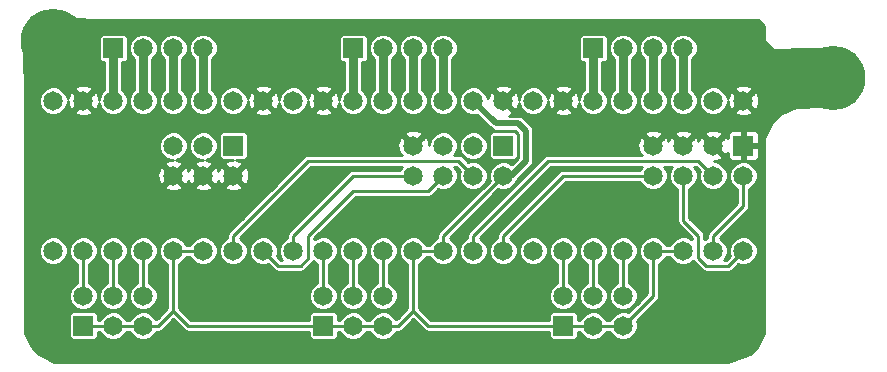
<source format=gbl>
G04 (created by PCBNEW (2013-07-07 BZR 4022)-stable) date 5/12/2014 12:12:32 PM*
%MOIN*%
G04 Gerber Fmt 3.4, Leading zero omitted, Abs format*
%FSLAX34Y34*%
G01*
G70*
G90*
G04 APERTURE LIST*
%ADD10C,0.008*%
%ADD11C,0.065*%
%ADD12R,0.065X0.065*%
%ADD13C,0.215*%
%ADD14C,0.02*%
%ADD15C,0.01*%
%ADD16C,0.03*%
%ADD17C,0.1*%
%ADD18C,0.2*%
G04 APERTURE END LIST*
G54D10*
G54D11*
X46500Y-30500D03*
X47500Y-30500D03*
X48500Y-30500D03*
X49500Y-30500D03*
X50500Y-30500D03*
X51500Y-30500D03*
X52500Y-30500D03*
X53500Y-30500D03*
X53500Y-25500D03*
X52500Y-25500D03*
X51500Y-25500D03*
X50500Y-25500D03*
X49500Y-25500D03*
X48500Y-25500D03*
X47500Y-25500D03*
X46500Y-25500D03*
X38500Y-30500D03*
X39500Y-30500D03*
X40500Y-30500D03*
X41500Y-30500D03*
X42500Y-30500D03*
X43500Y-30500D03*
X44500Y-30500D03*
X45500Y-30500D03*
X45500Y-25500D03*
X44500Y-25500D03*
X43500Y-25500D03*
X42500Y-25500D03*
X41500Y-25500D03*
X40500Y-25500D03*
X39500Y-25500D03*
X38500Y-25500D03*
X30500Y-30500D03*
X31500Y-30500D03*
X32500Y-30500D03*
X33500Y-30500D03*
X34500Y-30500D03*
X35500Y-30500D03*
X36500Y-30500D03*
X37500Y-30500D03*
X37500Y-25500D03*
X36500Y-25500D03*
X35500Y-25500D03*
X34500Y-25500D03*
X33500Y-25500D03*
X32500Y-25500D03*
X31500Y-25500D03*
X30500Y-25500D03*
G54D12*
X47500Y-33000D03*
G54D11*
X47500Y-32000D03*
X48500Y-33000D03*
X48500Y-32000D03*
X49500Y-33000D03*
X49500Y-32000D03*
G54D12*
X39500Y-33000D03*
G54D11*
X39500Y-32000D03*
X40500Y-33000D03*
X40500Y-32000D03*
X41500Y-33000D03*
X41500Y-32000D03*
G54D12*
X31500Y-33000D03*
G54D11*
X31500Y-32000D03*
X32500Y-33000D03*
X32500Y-32000D03*
X33500Y-33000D03*
X33500Y-32000D03*
G54D12*
X48500Y-23750D03*
G54D11*
X49500Y-23750D03*
X50500Y-23750D03*
X51500Y-23750D03*
G54D12*
X40500Y-23750D03*
G54D11*
X41500Y-23750D03*
X42500Y-23750D03*
X43500Y-23750D03*
G54D12*
X32500Y-23750D03*
G54D11*
X33500Y-23750D03*
X34500Y-23750D03*
X35500Y-23750D03*
G54D13*
X30500Y-23500D03*
X56500Y-24750D03*
G54D12*
X53500Y-27000D03*
G54D11*
X53500Y-28000D03*
X52500Y-27000D03*
X52500Y-28000D03*
X51500Y-27000D03*
X51500Y-28000D03*
X50500Y-27000D03*
X50500Y-28000D03*
G54D12*
X45500Y-27000D03*
G54D11*
X45500Y-28000D03*
X44500Y-27000D03*
X44500Y-28000D03*
X43500Y-27000D03*
X43500Y-28000D03*
X42500Y-27000D03*
X42500Y-28000D03*
G54D12*
X36500Y-27000D03*
G54D11*
X36500Y-28000D03*
X35500Y-27000D03*
X35500Y-28000D03*
X34500Y-27000D03*
X34500Y-28000D03*
G54D14*
X44500Y-25500D02*
X45250Y-26250D01*
X45750Y-28000D02*
X45500Y-28000D01*
X46250Y-27500D02*
X45750Y-28000D01*
X46250Y-26500D02*
X46250Y-27500D01*
X46000Y-26250D02*
X46250Y-26500D01*
X45250Y-26250D02*
X46000Y-26250D01*
G54D15*
X39500Y-33000D02*
X35000Y-33000D01*
X35000Y-33000D02*
X34500Y-32500D01*
X47500Y-33000D02*
X43000Y-33000D01*
X43000Y-33000D02*
X42500Y-32500D01*
X34000Y-33000D02*
X33500Y-33000D01*
X49500Y-33000D02*
X48500Y-33000D01*
X50500Y-30500D02*
X50500Y-32000D01*
X50500Y-32000D02*
X49500Y-33000D01*
X51500Y-30500D02*
X50500Y-30500D01*
X35500Y-30500D02*
X34500Y-30500D01*
X45500Y-28000D02*
X43500Y-30000D01*
X43500Y-30000D02*
X43500Y-30500D01*
X43500Y-30500D02*
X42500Y-30500D01*
X48500Y-33000D02*
X47500Y-33000D01*
X41500Y-33000D02*
X40500Y-33000D01*
X40500Y-33000D02*
X39500Y-33000D01*
X42500Y-30500D02*
X42500Y-32500D01*
X42500Y-32500D02*
X42000Y-33000D01*
X42000Y-33000D02*
X41500Y-33000D01*
X34500Y-30500D02*
X34500Y-32500D01*
X34000Y-33000D02*
X32500Y-33000D01*
X34500Y-32500D02*
X34000Y-33000D01*
X32500Y-33000D02*
X31500Y-33000D01*
G54D16*
X34500Y-25500D02*
X34500Y-23750D01*
X35500Y-25500D02*
X35500Y-23750D01*
X33500Y-25500D02*
X33500Y-23750D01*
X32500Y-25500D02*
X32500Y-23750D01*
X42500Y-25500D02*
X42500Y-23750D01*
X43500Y-25500D02*
X43500Y-23750D01*
X41500Y-25500D02*
X41500Y-23750D01*
X40500Y-25500D02*
X40500Y-23750D01*
X50500Y-25500D02*
X50500Y-23750D01*
X51500Y-25500D02*
X51500Y-23750D01*
X49500Y-25500D02*
X49500Y-23750D01*
X48500Y-25500D02*
X48500Y-23750D01*
G54D15*
X43500Y-28000D02*
X43000Y-28500D01*
X38000Y-31000D02*
X37500Y-30500D01*
X38750Y-31000D02*
X38000Y-31000D01*
X39000Y-30750D02*
X38750Y-31000D01*
X39000Y-30000D02*
X39000Y-30750D01*
X40500Y-28500D02*
X39000Y-30000D01*
X43000Y-28500D02*
X40500Y-28500D01*
X45500Y-30000D02*
X45500Y-30500D01*
X50500Y-28000D02*
X47500Y-28000D01*
X47500Y-28000D02*
X45500Y-30000D01*
X53500Y-30500D02*
X53000Y-31000D01*
X52250Y-31000D02*
X52000Y-30750D01*
X53000Y-31000D02*
X52250Y-31000D01*
X52000Y-30000D02*
X52000Y-30750D01*
X51500Y-28000D02*
X51500Y-29500D01*
X51500Y-29500D02*
X52000Y-30000D01*
X38500Y-30000D02*
X38500Y-30500D01*
X42500Y-28000D02*
X40500Y-28000D01*
X40500Y-28000D02*
X38500Y-30000D01*
G54D17*
X30500Y-23500D02*
X30750Y-23250D01*
X30000Y-24000D02*
X30500Y-23500D01*
X30000Y-24500D02*
X30000Y-24000D01*
X31500Y-24500D02*
X30000Y-24500D01*
X31500Y-23250D02*
X31500Y-24500D01*
X30750Y-23250D02*
X31500Y-23250D01*
G54D18*
X56500Y-24750D02*
X55250Y-24750D01*
G54D15*
X33500Y-32000D02*
X33500Y-30500D01*
X32500Y-32000D02*
X32500Y-30500D01*
X49500Y-32000D02*
X49500Y-30500D01*
X48500Y-32000D02*
X48500Y-30500D01*
X41500Y-32000D02*
X41500Y-30500D01*
X40500Y-32000D02*
X40500Y-30500D01*
X39500Y-32000D02*
X39500Y-30500D01*
X31500Y-32000D02*
X31500Y-30500D01*
X47500Y-32000D02*
X47500Y-30500D01*
X44000Y-27500D02*
X39000Y-27500D01*
X39000Y-27500D02*
X36500Y-30000D01*
X44500Y-28000D02*
X44000Y-27500D01*
X36500Y-30000D02*
X36500Y-30500D01*
X52500Y-28000D02*
X52000Y-27500D01*
X52000Y-27500D02*
X47000Y-27500D01*
X44500Y-30000D02*
X44500Y-30500D01*
X47000Y-27500D02*
X44500Y-30000D01*
X53500Y-28000D02*
X53500Y-29000D01*
X53500Y-29000D02*
X52500Y-30000D01*
X52500Y-30000D02*
X52500Y-30500D01*
G54D10*
G36*
X56576Y-24755D02*
X56505Y-24826D01*
X56500Y-24820D01*
X56429Y-24891D01*
X56429Y-24750D01*
X55581Y-23902D01*
X55419Y-24026D01*
X55225Y-24495D01*
X55224Y-25002D01*
X55418Y-25471D01*
X55419Y-25473D01*
X55581Y-25597D01*
X56429Y-24750D01*
X56429Y-24891D01*
X55652Y-25668D01*
X55676Y-25700D01*
X55238Y-25700D01*
X54720Y-25958D01*
X54458Y-26220D01*
X54200Y-26738D01*
X54200Y-33238D01*
X54029Y-33578D01*
X54029Y-25575D01*
X54018Y-25367D01*
X53960Y-25227D01*
X53876Y-25194D01*
X53805Y-25264D01*
X53805Y-25123D01*
X53772Y-25039D01*
X53575Y-24970D01*
X53367Y-24981D01*
X53227Y-25039D01*
X53194Y-25123D01*
X53500Y-25429D01*
X53805Y-25123D01*
X53805Y-25264D01*
X53570Y-25500D01*
X53876Y-25805D01*
X53960Y-25772D01*
X54029Y-25575D01*
X54029Y-33578D01*
X54025Y-33588D01*
X54025Y-27285D01*
X54025Y-26714D01*
X54024Y-26635D01*
X53994Y-26561D01*
X53938Y-26505D01*
X53864Y-26474D01*
X53805Y-26474D01*
X53805Y-25876D01*
X53500Y-25570D01*
X53429Y-25641D01*
X53429Y-25500D01*
X53123Y-25194D01*
X53039Y-25227D01*
X52975Y-25410D01*
X52975Y-25405D01*
X52902Y-25231D01*
X52769Y-25097D01*
X52594Y-25025D01*
X52405Y-25024D01*
X52231Y-25097D01*
X52097Y-25230D01*
X52025Y-25405D01*
X52024Y-25594D01*
X52097Y-25768D01*
X52230Y-25902D01*
X52405Y-25974D01*
X52594Y-25975D01*
X52768Y-25902D01*
X52902Y-25769D01*
X52974Y-25594D01*
X52974Y-25514D01*
X52981Y-25632D01*
X53039Y-25772D01*
X53123Y-25805D01*
X53429Y-25500D01*
X53429Y-25641D01*
X53194Y-25876D01*
X53227Y-25960D01*
X53424Y-26029D01*
X53632Y-26018D01*
X53772Y-25960D01*
X53805Y-25876D01*
X53805Y-26474D01*
X53600Y-26475D01*
X53550Y-26525D01*
X53550Y-26950D01*
X53975Y-26950D01*
X54025Y-26900D01*
X54025Y-26714D01*
X54025Y-27285D01*
X54025Y-27100D01*
X53975Y-27050D01*
X53550Y-27050D01*
X53550Y-27475D01*
X53600Y-27525D01*
X53864Y-27525D01*
X53938Y-27494D01*
X53994Y-27438D01*
X54024Y-27364D01*
X54025Y-27285D01*
X54025Y-33588D01*
X53975Y-33688D01*
X53975Y-30405D01*
X53902Y-30231D01*
X53769Y-30097D01*
X53594Y-30025D01*
X53405Y-30024D01*
X53231Y-30097D01*
X53097Y-30230D01*
X53025Y-30405D01*
X53024Y-30594D01*
X53053Y-30663D01*
X52917Y-30800D01*
X52871Y-30800D01*
X52902Y-30769D01*
X52974Y-30594D01*
X52975Y-30405D01*
X52902Y-30231D01*
X52769Y-30097D01*
X52709Y-30072D01*
X53641Y-29141D01*
X53641Y-29141D01*
X53670Y-29098D01*
X53684Y-29076D01*
X53684Y-29076D01*
X53699Y-29000D01*
X53700Y-29000D01*
X53700Y-28431D01*
X53768Y-28402D01*
X53902Y-28269D01*
X53974Y-28094D01*
X53975Y-27905D01*
X53902Y-27731D01*
X53769Y-27597D01*
X53594Y-27525D01*
X53450Y-27524D01*
X53450Y-27475D01*
X53450Y-27050D01*
X53442Y-27050D01*
X53442Y-26950D01*
X53450Y-26950D01*
X53450Y-26525D01*
X53400Y-26475D01*
X53135Y-26474D01*
X53061Y-26505D01*
X53005Y-26561D01*
X52975Y-26635D01*
X52974Y-26714D01*
X52974Y-26762D01*
X52960Y-26727D01*
X52876Y-26694D01*
X52805Y-26764D01*
X52805Y-26623D01*
X52772Y-26539D01*
X52575Y-26470D01*
X52367Y-26481D01*
X52227Y-26539D01*
X52194Y-26623D01*
X52500Y-26929D01*
X52805Y-26623D01*
X52805Y-26764D01*
X52570Y-27000D01*
X52876Y-27305D01*
X52960Y-27272D01*
X52974Y-27231D01*
X52974Y-27285D01*
X52975Y-27364D01*
X53005Y-27438D01*
X53061Y-27494D01*
X53135Y-27525D01*
X53400Y-27525D01*
X53450Y-27475D01*
X53450Y-27524D01*
X53405Y-27524D01*
X53231Y-27597D01*
X53097Y-27730D01*
X53025Y-27905D01*
X53024Y-28094D01*
X53097Y-28268D01*
X53230Y-28402D01*
X53300Y-28431D01*
X53300Y-28917D01*
X52358Y-29858D01*
X52315Y-29923D01*
X52300Y-30000D01*
X52300Y-30068D01*
X52231Y-30097D01*
X52200Y-30128D01*
X52200Y-30000D01*
X52187Y-29936D01*
X52184Y-29923D01*
X52184Y-29923D01*
X52141Y-29858D01*
X51700Y-29417D01*
X51700Y-28431D01*
X51768Y-28402D01*
X51902Y-28269D01*
X51974Y-28094D01*
X51975Y-27905D01*
X51902Y-27731D01*
X51871Y-27700D01*
X51917Y-27700D01*
X52053Y-27836D01*
X52025Y-27905D01*
X52024Y-28094D01*
X52097Y-28268D01*
X52230Y-28402D01*
X52405Y-28474D01*
X52594Y-28475D01*
X52768Y-28402D01*
X52902Y-28269D01*
X52974Y-28094D01*
X52975Y-27905D01*
X52902Y-27731D01*
X52769Y-27597D01*
X52594Y-27525D01*
X52514Y-27525D01*
X52632Y-27518D01*
X52772Y-27460D01*
X52805Y-27376D01*
X52500Y-27070D01*
X52494Y-27076D01*
X52423Y-27005D01*
X52429Y-27000D01*
X52123Y-26694D01*
X52039Y-26727D01*
X52003Y-26830D01*
X51975Y-26762D01*
X51975Y-25405D01*
X51902Y-25231D01*
X51800Y-25128D01*
X51800Y-24121D01*
X51902Y-24019D01*
X51974Y-23844D01*
X51975Y-23655D01*
X51902Y-23481D01*
X51769Y-23347D01*
X51594Y-23275D01*
X51405Y-23274D01*
X51231Y-23347D01*
X51097Y-23480D01*
X51025Y-23655D01*
X51024Y-23844D01*
X51097Y-24018D01*
X51200Y-24121D01*
X51200Y-25128D01*
X51097Y-25230D01*
X51025Y-25405D01*
X51024Y-25594D01*
X51097Y-25768D01*
X51230Y-25902D01*
X51405Y-25974D01*
X51594Y-25975D01*
X51768Y-25902D01*
X51902Y-25769D01*
X51974Y-25594D01*
X51975Y-25405D01*
X51975Y-26762D01*
X51960Y-26727D01*
X51876Y-26694D01*
X51805Y-26764D01*
X51805Y-26623D01*
X51772Y-26539D01*
X51575Y-26470D01*
X51367Y-26481D01*
X51227Y-26539D01*
X51194Y-26623D01*
X51500Y-26929D01*
X51805Y-26623D01*
X51805Y-26764D01*
X51570Y-27000D01*
X51576Y-27005D01*
X51505Y-27076D01*
X51500Y-27070D01*
X51494Y-27076D01*
X51423Y-27005D01*
X51429Y-27000D01*
X51123Y-26694D01*
X51039Y-26727D01*
X51003Y-26830D01*
X50975Y-26762D01*
X50975Y-25405D01*
X50902Y-25231D01*
X50800Y-25128D01*
X50800Y-24121D01*
X50902Y-24019D01*
X50974Y-23844D01*
X50975Y-23655D01*
X50902Y-23481D01*
X50769Y-23347D01*
X50594Y-23275D01*
X50405Y-23274D01*
X50231Y-23347D01*
X50097Y-23480D01*
X50025Y-23655D01*
X50024Y-23844D01*
X50097Y-24018D01*
X50200Y-24121D01*
X50200Y-25128D01*
X50097Y-25230D01*
X50025Y-25405D01*
X50024Y-25594D01*
X50097Y-25768D01*
X50230Y-25902D01*
X50405Y-25974D01*
X50594Y-25975D01*
X50768Y-25902D01*
X50902Y-25769D01*
X50974Y-25594D01*
X50975Y-25405D01*
X50975Y-26762D01*
X50960Y-26727D01*
X50876Y-26694D01*
X50805Y-26764D01*
X50805Y-26623D01*
X50772Y-26539D01*
X50575Y-26470D01*
X50367Y-26481D01*
X50227Y-26539D01*
X50194Y-26623D01*
X50500Y-26929D01*
X50805Y-26623D01*
X50805Y-26764D01*
X50570Y-27000D01*
X50576Y-27005D01*
X50505Y-27076D01*
X50500Y-27070D01*
X50494Y-27076D01*
X50423Y-27005D01*
X50429Y-27000D01*
X50123Y-26694D01*
X50039Y-26727D01*
X49975Y-26910D01*
X49975Y-25405D01*
X49902Y-25231D01*
X49800Y-25128D01*
X49800Y-24121D01*
X49902Y-24019D01*
X49974Y-23844D01*
X49975Y-23655D01*
X49902Y-23481D01*
X49769Y-23347D01*
X49594Y-23275D01*
X49405Y-23274D01*
X49231Y-23347D01*
X49097Y-23480D01*
X49025Y-23655D01*
X49024Y-23844D01*
X49097Y-24018D01*
X49200Y-24121D01*
X49200Y-25128D01*
X49097Y-25230D01*
X49025Y-25405D01*
X49024Y-25594D01*
X49097Y-25768D01*
X49230Y-25902D01*
X49405Y-25974D01*
X49594Y-25975D01*
X49768Y-25902D01*
X49902Y-25769D01*
X49974Y-25594D01*
X49975Y-25405D01*
X49975Y-26910D01*
X49970Y-26924D01*
X49981Y-27132D01*
X50039Y-27272D01*
X50108Y-27300D01*
X48975Y-27300D01*
X48975Y-25405D01*
X48902Y-25231D01*
X48800Y-25128D01*
X48800Y-24225D01*
X48854Y-24225D01*
X48909Y-24202D01*
X48952Y-24160D01*
X48974Y-24104D01*
X48975Y-24045D01*
X48975Y-23395D01*
X48952Y-23340D01*
X48910Y-23297D01*
X48854Y-23275D01*
X48795Y-23274D01*
X48145Y-23274D01*
X48090Y-23297D01*
X48047Y-23339D01*
X48025Y-23395D01*
X48024Y-23454D01*
X48024Y-24104D01*
X48047Y-24159D01*
X48089Y-24202D01*
X48145Y-24224D01*
X48200Y-24225D01*
X48200Y-25128D01*
X48097Y-25230D01*
X48025Y-25405D01*
X48025Y-25485D01*
X48018Y-25367D01*
X47960Y-25227D01*
X47876Y-25194D01*
X47805Y-25264D01*
X47805Y-25123D01*
X47772Y-25039D01*
X47575Y-24970D01*
X47367Y-24981D01*
X47227Y-25039D01*
X47194Y-25123D01*
X47500Y-25429D01*
X47805Y-25123D01*
X47805Y-25264D01*
X47570Y-25500D01*
X47876Y-25805D01*
X47960Y-25772D01*
X48024Y-25589D01*
X48024Y-25594D01*
X48097Y-25768D01*
X48230Y-25902D01*
X48405Y-25974D01*
X48594Y-25975D01*
X48768Y-25902D01*
X48902Y-25769D01*
X48974Y-25594D01*
X48975Y-25405D01*
X48975Y-27300D01*
X47805Y-27300D01*
X47805Y-25876D01*
X47500Y-25570D01*
X47429Y-25641D01*
X47429Y-25500D01*
X47123Y-25194D01*
X47039Y-25227D01*
X46975Y-25410D01*
X46975Y-25405D01*
X46902Y-25231D01*
X46769Y-25097D01*
X46594Y-25025D01*
X46405Y-25024D01*
X46231Y-25097D01*
X46097Y-25230D01*
X46025Y-25405D01*
X46025Y-25485D01*
X46018Y-25367D01*
X45960Y-25227D01*
X45876Y-25194D01*
X45805Y-25264D01*
X45805Y-25123D01*
X45772Y-25039D01*
X45575Y-24970D01*
X45367Y-24981D01*
X45227Y-25039D01*
X45194Y-25123D01*
X45500Y-25429D01*
X45805Y-25123D01*
X45805Y-25264D01*
X45570Y-25500D01*
X45876Y-25805D01*
X45960Y-25772D01*
X46024Y-25589D01*
X46024Y-25594D01*
X46097Y-25768D01*
X46230Y-25902D01*
X46405Y-25974D01*
X46594Y-25975D01*
X46768Y-25902D01*
X46902Y-25769D01*
X46974Y-25594D01*
X46974Y-25514D01*
X46981Y-25632D01*
X47039Y-25772D01*
X47123Y-25805D01*
X47429Y-25500D01*
X47429Y-25641D01*
X47194Y-25876D01*
X47227Y-25960D01*
X47424Y-26029D01*
X47632Y-26018D01*
X47772Y-25960D01*
X47805Y-25876D01*
X47805Y-27300D01*
X47000Y-27300D01*
X46923Y-27315D01*
X46858Y-27358D01*
X44358Y-29858D01*
X44315Y-29923D01*
X44300Y-30000D01*
X44300Y-30068D01*
X44231Y-30097D01*
X44097Y-30230D01*
X44025Y-30405D01*
X44024Y-30594D01*
X44097Y-30768D01*
X44230Y-30902D01*
X44405Y-30974D01*
X44594Y-30975D01*
X44768Y-30902D01*
X44902Y-30769D01*
X44974Y-30594D01*
X44975Y-30405D01*
X44902Y-30231D01*
X44769Y-30097D01*
X44709Y-30072D01*
X47082Y-27700D01*
X50128Y-27700D01*
X50097Y-27730D01*
X50068Y-27800D01*
X47500Y-27800D01*
X47423Y-27815D01*
X47401Y-27829D01*
X47358Y-27858D01*
X45358Y-29858D01*
X45315Y-29923D01*
X45300Y-30000D01*
X45300Y-30068D01*
X45231Y-30097D01*
X45097Y-30230D01*
X45025Y-30405D01*
X45024Y-30594D01*
X45097Y-30768D01*
X45230Y-30902D01*
X45405Y-30974D01*
X45594Y-30975D01*
X45768Y-30902D01*
X45902Y-30769D01*
X45974Y-30594D01*
X45975Y-30405D01*
X45902Y-30231D01*
X45769Y-30097D01*
X45709Y-30072D01*
X47582Y-28200D01*
X50068Y-28200D01*
X50097Y-28268D01*
X50230Y-28402D01*
X50405Y-28474D01*
X50594Y-28475D01*
X50768Y-28402D01*
X50902Y-28269D01*
X50974Y-28094D01*
X50975Y-27905D01*
X50902Y-27731D01*
X50871Y-27700D01*
X51128Y-27700D01*
X51097Y-27730D01*
X51025Y-27905D01*
X51024Y-28094D01*
X51097Y-28268D01*
X51230Y-28402D01*
X51300Y-28431D01*
X51300Y-29500D01*
X51315Y-29576D01*
X51358Y-29641D01*
X51800Y-30082D01*
X51800Y-30128D01*
X51769Y-30097D01*
X51594Y-30025D01*
X51405Y-30024D01*
X51231Y-30097D01*
X51097Y-30230D01*
X51068Y-30300D01*
X50931Y-30300D01*
X50902Y-30231D01*
X50769Y-30097D01*
X50594Y-30025D01*
X50405Y-30024D01*
X50231Y-30097D01*
X50097Y-30230D01*
X50025Y-30405D01*
X50024Y-30594D01*
X50097Y-30768D01*
X50230Y-30902D01*
X50300Y-30931D01*
X50300Y-31917D01*
X49975Y-32242D01*
X49975Y-31905D01*
X49902Y-31731D01*
X49769Y-31597D01*
X49700Y-31568D01*
X49700Y-30931D01*
X49768Y-30902D01*
X49902Y-30769D01*
X49974Y-30594D01*
X49975Y-30405D01*
X49902Y-30231D01*
X49769Y-30097D01*
X49594Y-30025D01*
X49405Y-30024D01*
X49231Y-30097D01*
X49097Y-30230D01*
X49025Y-30405D01*
X49024Y-30594D01*
X49097Y-30768D01*
X49230Y-30902D01*
X49300Y-30931D01*
X49300Y-31568D01*
X49231Y-31597D01*
X49097Y-31730D01*
X49025Y-31905D01*
X49024Y-32094D01*
X49097Y-32268D01*
X49230Y-32402D01*
X49405Y-32474D01*
X49594Y-32475D01*
X49768Y-32402D01*
X49902Y-32269D01*
X49974Y-32094D01*
X49975Y-31905D01*
X49975Y-32242D01*
X49663Y-32553D01*
X49594Y-32525D01*
X49405Y-32524D01*
X49231Y-32597D01*
X49097Y-32730D01*
X49068Y-32800D01*
X48975Y-32800D01*
X48975Y-31905D01*
X48902Y-31731D01*
X48769Y-31597D01*
X48700Y-31568D01*
X48700Y-30931D01*
X48768Y-30902D01*
X48902Y-30769D01*
X48974Y-30594D01*
X48975Y-30405D01*
X48902Y-30231D01*
X48769Y-30097D01*
X48594Y-30025D01*
X48405Y-30024D01*
X48231Y-30097D01*
X48097Y-30230D01*
X48025Y-30405D01*
X48024Y-30594D01*
X48097Y-30768D01*
X48230Y-30902D01*
X48300Y-30931D01*
X48300Y-31568D01*
X48231Y-31597D01*
X48097Y-31730D01*
X48025Y-31905D01*
X48024Y-32094D01*
X48097Y-32268D01*
X48230Y-32402D01*
X48405Y-32474D01*
X48594Y-32475D01*
X48768Y-32402D01*
X48902Y-32269D01*
X48974Y-32094D01*
X48975Y-31905D01*
X48975Y-32800D01*
X48931Y-32800D01*
X48902Y-32731D01*
X48769Y-32597D01*
X48594Y-32525D01*
X48405Y-32524D01*
X48231Y-32597D01*
X48097Y-32730D01*
X48068Y-32800D01*
X47975Y-32800D01*
X47975Y-31905D01*
X47902Y-31731D01*
X47769Y-31597D01*
X47700Y-31568D01*
X47700Y-30931D01*
X47768Y-30902D01*
X47902Y-30769D01*
X47974Y-30594D01*
X47975Y-30405D01*
X47902Y-30231D01*
X47769Y-30097D01*
X47594Y-30025D01*
X47405Y-30024D01*
X47231Y-30097D01*
X47097Y-30230D01*
X47025Y-30405D01*
X47024Y-30594D01*
X47097Y-30768D01*
X47230Y-30902D01*
X47300Y-30931D01*
X47300Y-31568D01*
X47231Y-31597D01*
X47097Y-31730D01*
X47025Y-31905D01*
X47024Y-32094D01*
X47097Y-32268D01*
X47230Y-32402D01*
X47405Y-32474D01*
X47594Y-32475D01*
X47768Y-32402D01*
X47902Y-32269D01*
X47974Y-32094D01*
X47975Y-31905D01*
X47975Y-32800D01*
X47975Y-32800D01*
X47975Y-32645D01*
X47952Y-32590D01*
X47910Y-32547D01*
X47854Y-32525D01*
X47795Y-32524D01*
X47145Y-32524D01*
X47090Y-32547D01*
X47047Y-32589D01*
X47025Y-32645D01*
X47024Y-32704D01*
X47024Y-32800D01*
X46975Y-32800D01*
X46975Y-30405D01*
X46902Y-30231D01*
X46769Y-30097D01*
X46594Y-30025D01*
X46405Y-30024D01*
X46231Y-30097D01*
X46097Y-30230D01*
X46025Y-30405D01*
X46024Y-30594D01*
X46097Y-30768D01*
X46230Y-30902D01*
X46405Y-30974D01*
X46594Y-30975D01*
X46768Y-30902D01*
X46902Y-30769D01*
X46974Y-30594D01*
X46975Y-30405D01*
X46975Y-32800D01*
X43082Y-32800D01*
X42700Y-32417D01*
X42700Y-30931D01*
X42768Y-30902D01*
X42902Y-30769D01*
X42931Y-30700D01*
X43068Y-30700D01*
X43097Y-30768D01*
X43230Y-30902D01*
X43405Y-30974D01*
X43594Y-30975D01*
X43768Y-30902D01*
X43902Y-30769D01*
X43974Y-30594D01*
X43975Y-30405D01*
X43902Y-30231D01*
X43769Y-30097D01*
X43709Y-30072D01*
X45336Y-28446D01*
X45405Y-28474D01*
X45594Y-28475D01*
X45768Y-28402D01*
X45902Y-28269D01*
X45950Y-28152D01*
X46426Y-27676D01*
X46480Y-27595D01*
X46500Y-27500D01*
X46500Y-26500D01*
X46480Y-26404D01*
X46480Y-26404D01*
X46426Y-26323D01*
X46426Y-26323D01*
X46176Y-26073D01*
X46095Y-26019D01*
X46000Y-26000D01*
X45677Y-26000D01*
X45772Y-25960D01*
X45805Y-25876D01*
X45500Y-25570D01*
X45494Y-25576D01*
X45423Y-25505D01*
X45429Y-25500D01*
X45123Y-25194D01*
X45039Y-25227D01*
X44975Y-25410D01*
X44975Y-25405D01*
X44902Y-25231D01*
X44769Y-25097D01*
X44594Y-25025D01*
X44405Y-25024D01*
X44231Y-25097D01*
X44097Y-25230D01*
X44025Y-25405D01*
X44024Y-25594D01*
X44097Y-25768D01*
X44230Y-25902D01*
X44405Y-25974D01*
X44594Y-25975D01*
X44613Y-25967D01*
X45073Y-26426D01*
X45073Y-26426D01*
X45154Y-26480D01*
X45154Y-26480D01*
X45230Y-26496D01*
X45249Y-26500D01*
X45249Y-26499D01*
X45250Y-26500D01*
X45896Y-26500D01*
X46000Y-26603D01*
X46000Y-27396D01*
X45975Y-27421D01*
X45975Y-27295D01*
X45975Y-26645D01*
X45952Y-26590D01*
X45910Y-26547D01*
X45854Y-26525D01*
X45795Y-26524D01*
X45145Y-26524D01*
X45090Y-26547D01*
X45047Y-26589D01*
X45025Y-26645D01*
X45024Y-26704D01*
X45024Y-27354D01*
X45047Y-27409D01*
X45089Y-27452D01*
X45145Y-27474D01*
X45204Y-27475D01*
X45854Y-27475D01*
X45909Y-27452D01*
X45952Y-27410D01*
X45974Y-27354D01*
X45975Y-27295D01*
X45975Y-27421D01*
X45784Y-27612D01*
X45769Y-27597D01*
X45594Y-27525D01*
X45405Y-27524D01*
X45231Y-27597D01*
X45097Y-27730D01*
X45025Y-27905D01*
X45024Y-28094D01*
X45053Y-28163D01*
X44975Y-28242D01*
X44975Y-27905D01*
X44975Y-26905D01*
X44902Y-26731D01*
X44769Y-26597D01*
X44594Y-26525D01*
X44405Y-26524D01*
X44231Y-26597D01*
X44097Y-26730D01*
X44025Y-26905D01*
X44024Y-27094D01*
X44097Y-27268D01*
X44230Y-27402D01*
X44405Y-27474D01*
X44594Y-27475D01*
X44768Y-27402D01*
X44902Y-27269D01*
X44974Y-27094D01*
X44975Y-26905D01*
X44975Y-27905D01*
X44902Y-27731D01*
X44769Y-27597D01*
X44594Y-27525D01*
X44405Y-27524D01*
X44336Y-27553D01*
X44141Y-27358D01*
X44076Y-27315D01*
X44000Y-27300D01*
X43871Y-27300D01*
X43902Y-27269D01*
X43974Y-27094D01*
X43975Y-26905D01*
X43975Y-25405D01*
X43902Y-25231D01*
X43800Y-25128D01*
X43800Y-24121D01*
X43902Y-24019D01*
X43974Y-23844D01*
X43975Y-23655D01*
X43902Y-23481D01*
X43769Y-23347D01*
X43594Y-23275D01*
X43405Y-23274D01*
X43231Y-23347D01*
X43097Y-23480D01*
X43025Y-23655D01*
X43024Y-23844D01*
X43097Y-24018D01*
X43200Y-24121D01*
X43200Y-25128D01*
X43097Y-25230D01*
X43025Y-25405D01*
X43024Y-25594D01*
X43097Y-25768D01*
X43230Y-25902D01*
X43405Y-25974D01*
X43594Y-25975D01*
X43768Y-25902D01*
X43902Y-25769D01*
X43974Y-25594D01*
X43975Y-25405D01*
X43975Y-26905D01*
X43902Y-26731D01*
X43769Y-26597D01*
X43594Y-26525D01*
X43405Y-26524D01*
X43231Y-26597D01*
X43097Y-26730D01*
X43025Y-26905D01*
X43025Y-26985D01*
X43018Y-26867D01*
X42975Y-26762D01*
X42975Y-25405D01*
X42902Y-25231D01*
X42800Y-25128D01*
X42800Y-24121D01*
X42902Y-24019D01*
X42974Y-23844D01*
X42975Y-23655D01*
X42902Y-23481D01*
X42769Y-23347D01*
X42594Y-23275D01*
X42405Y-23274D01*
X42231Y-23347D01*
X42097Y-23480D01*
X42025Y-23655D01*
X42024Y-23844D01*
X42097Y-24018D01*
X42200Y-24121D01*
X42200Y-25128D01*
X42097Y-25230D01*
X42025Y-25405D01*
X42024Y-25594D01*
X42097Y-25768D01*
X42230Y-25902D01*
X42405Y-25974D01*
X42594Y-25975D01*
X42768Y-25902D01*
X42902Y-25769D01*
X42974Y-25594D01*
X42975Y-25405D01*
X42975Y-26762D01*
X42960Y-26727D01*
X42876Y-26694D01*
X42805Y-26764D01*
X42805Y-26623D01*
X42772Y-26539D01*
X42575Y-26470D01*
X42367Y-26481D01*
X42227Y-26539D01*
X42194Y-26623D01*
X42500Y-26929D01*
X42805Y-26623D01*
X42805Y-26764D01*
X42570Y-27000D01*
X42576Y-27005D01*
X42505Y-27076D01*
X42500Y-27070D01*
X42494Y-27076D01*
X42423Y-27005D01*
X42429Y-27000D01*
X42123Y-26694D01*
X42039Y-26727D01*
X41975Y-26910D01*
X41975Y-25405D01*
X41902Y-25231D01*
X41800Y-25128D01*
X41800Y-24121D01*
X41902Y-24019D01*
X41974Y-23844D01*
X41975Y-23655D01*
X41902Y-23481D01*
X41769Y-23347D01*
X41594Y-23275D01*
X41405Y-23274D01*
X41231Y-23347D01*
X41097Y-23480D01*
X41025Y-23655D01*
X41024Y-23844D01*
X41097Y-24018D01*
X41200Y-24121D01*
X41200Y-25128D01*
X41097Y-25230D01*
X41025Y-25405D01*
X41024Y-25594D01*
X41097Y-25768D01*
X41230Y-25902D01*
X41405Y-25974D01*
X41594Y-25975D01*
X41768Y-25902D01*
X41902Y-25769D01*
X41974Y-25594D01*
X41975Y-25405D01*
X41975Y-26910D01*
X41970Y-26924D01*
X41981Y-27132D01*
X42039Y-27272D01*
X42108Y-27300D01*
X40975Y-27300D01*
X40975Y-25405D01*
X40902Y-25231D01*
X40800Y-25128D01*
X40800Y-24225D01*
X40854Y-24225D01*
X40909Y-24202D01*
X40952Y-24160D01*
X40974Y-24104D01*
X40975Y-24045D01*
X40975Y-23395D01*
X40952Y-23340D01*
X40910Y-23297D01*
X40854Y-23275D01*
X40795Y-23274D01*
X40145Y-23274D01*
X40090Y-23297D01*
X40047Y-23339D01*
X40025Y-23395D01*
X40024Y-23454D01*
X40024Y-24104D01*
X40047Y-24159D01*
X40089Y-24202D01*
X40145Y-24224D01*
X40200Y-24225D01*
X40200Y-25128D01*
X40097Y-25230D01*
X40025Y-25405D01*
X40025Y-25485D01*
X40018Y-25367D01*
X39960Y-25227D01*
X39876Y-25194D01*
X39805Y-25264D01*
X39805Y-25123D01*
X39772Y-25039D01*
X39575Y-24970D01*
X39367Y-24981D01*
X39227Y-25039D01*
X39194Y-25123D01*
X39500Y-25429D01*
X39805Y-25123D01*
X39805Y-25264D01*
X39570Y-25500D01*
X39876Y-25805D01*
X39960Y-25772D01*
X40024Y-25589D01*
X40024Y-25594D01*
X40097Y-25768D01*
X40230Y-25902D01*
X40405Y-25974D01*
X40594Y-25975D01*
X40768Y-25902D01*
X40902Y-25769D01*
X40974Y-25594D01*
X40975Y-25405D01*
X40975Y-27300D01*
X39805Y-27300D01*
X39805Y-25876D01*
X39500Y-25570D01*
X39429Y-25641D01*
X39429Y-25500D01*
X39123Y-25194D01*
X39039Y-25227D01*
X38975Y-25410D01*
X38975Y-25405D01*
X38902Y-25231D01*
X38769Y-25097D01*
X38594Y-25025D01*
X38405Y-25024D01*
X38231Y-25097D01*
X38097Y-25230D01*
X38025Y-25405D01*
X38025Y-25485D01*
X38018Y-25367D01*
X37960Y-25227D01*
X37876Y-25194D01*
X37805Y-25264D01*
X37805Y-25123D01*
X37772Y-25039D01*
X37575Y-24970D01*
X37367Y-24981D01*
X37227Y-25039D01*
X37194Y-25123D01*
X37500Y-25429D01*
X37805Y-25123D01*
X37805Y-25264D01*
X37570Y-25500D01*
X37876Y-25805D01*
X37960Y-25772D01*
X38024Y-25589D01*
X38024Y-25594D01*
X38097Y-25768D01*
X38230Y-25902D01*
X38405Y-25974D01*
X38594Y-25975D01*
X38768Y-25902D01*
X38902Y-25769D01*
X38974Y-25594D01*
X38974Y-25514D01*
X38981Y-25632D01*
X39039Y-25772D01*
X39123Y-25805D01*
X39429Y-25500D01*
X39429Y-25641D01*
X39194Y-25876D01*
X39227Y-25960D01*
X39424Y-26029D01*
X39632Y-26018D01*
X39772Y-25960D01*
X39805Y-25876D01*
X39805Y-27300D01*
X39000Y-27300D01*
X38923Y-27315D01*
X38858Y-27358D01*
X37805Y-28411D01*
X37805Y-25876D01*
X37500Y-25570D01*
X37429Y-25641D01*
X37429Y-25500D01*
X37123Y-25194D01*
X37039Y-25227D01*
X36975Y-25410D01*
X36975Y-25405D01*
X36902Y-25231D01*
X36769Y-25097D01*
X36594Y-25025D01*
X36405Y-25024D01*
X36231Y-25097D01*
X36097Y-25230D01*
X36025Y-25405D01*
X36024Y-25594D01*
X36097Y-25768D01*
X36230Y-25902D01*
X36405Y-25974D01*
X36594Y-25975D01*
X36768Y-25902D01*
X36902Y-25769D01*
X36974Y-25594D01*
X36974Y-25514D01*
X36981Y-25632D01*
X37039Y-25772D01*
X37123Y-25805D01*
X37429Y-25500D01*
X37429Y-25641D01*
X37194Y-25876D01*
X37227Y-25960D01*
X37424Y-26029D01*
X37632Y-26018D01*
X37772Y-25960D01*
X37805Y-25876D01*
X37805Y-28411D01*
X37029Y-29187D01*
X37029Y-28075D01*
X37018Y-27867D01*
X36975Y-27762D01*
X36975Y-27295D01*
X36975Y-26645D01*
X36952Y-26590D01*
X36910Y-26547D01*
X36854Y-26525D01*
X36795Y-26524D01*
X36145Y-26524D01*
X36090Y-26547D01*
X36047Y-26589D01*
X36025Y-26645D01*
X36024Y-26704D01*
X36024Y-27354D01*
X36047Y-27409D01*
X36089Y-27452D01*
X36145Y-27474D01*
X36204Y-27475D01*
X36485Y-27475D01*
X36367Y-27481D01*
X36227Y-27539D01*
X36194Y-27623D01*
X36500Y-27929D01*
X36805Y-27623D01*
X36772Y-27539D01*
X36589Y-27475D01*
X36854Y-27475D01*
X36909Y-27452D01*
X36952Y-27410D01*
X36974Y-27354D01*
X36975Y-27295D01*
X36975Y-27762D01*
X36960Y-27727D01*
X36876Y-27694D01*
X36570Y-28000D01*
X36876Y-28305D01*
X36960Y-28272D01*
X37029Y-28075D01*
X37029Y-29187D01*
X36805Y-29411D01*
X36805Y-28376D01*
X36500Y-28070D01*
X36429Y-28141D01*
X36429Y-28000D01*
X36123Y-27694D01*
X36039Y-27727D01*
X36003Y-27830D01*
X35975Y-27762D01*
X35975Y-26905D01*
X35975Y-25405D01*
X35902Y-25231D01*
X35800Y-25128D01*
X35800Y-24121D01*
X35902Y-24019D01*
X35974Y-23844D01*
X35975Y-23655D01*
X35902Y-23481D01*
X35769Y-23347D01*
X35594Y-23275D01*
X35405Y-23274D01*
X35231Y-23347D01*
X35097Y-23480D01*
X35025Y-23655D01*
X35024Y-23844D01*
X35097Y-24018D01*
X35200Y-24121D01*
X35200Y-25128D01*
X35097Y-25230D01*
X35025Y-25405D01*
X35024Y-25594D01*
X35097Y-25768D01*
X35230Y-25902D01*
X35405Y-25974D01*
X35594Y-25975D01*
X35768Y-25902D01*
X35902Y-25769D01*
X35974Y-25594D01*
X35975Y-25405D01*
X35975Y-26905D01*
X35902Y-26731D01*
X35769Y-26597D01*
X35594Y-26525D01*
X35405Y-26524D01*
X35231Y-26597D01*
X35097Y-26730D01*
X35025Y-26905D01*
X35024Y-27094D01*
X35097Y-27268D01*
X35230Y-27402D01*
X35405Y-27474D01*
X35485Y-27474D01*
X35367Y-27481D01*
X35227Y-27539D01*
X35194Y-27623D01*
X35500Y-27929D01*
X35805Y-27623D01*
X35772Y-27539D01*
X35589Y-27475D01*
X35594Y-27475D01*
X35768Y-27402D01*
X35902Y-27269D01*
X35974Y-27094D01*
X35975Y-26905D01*
X35975Y-27762D01*
X35960Y-27727D01*
X35876Y-27694D01*
X35570Y-28000D01*
X35876Y-28305D01*
X35960Y-28272D01*
X35996Y-28169D01*
X36039Y-28272D01*
X36123Y-28305D01*
X36429Y-28000D01*
X36429Y-28141D01*
X36194Y-28376D01*
X36227Y-28460D01*
X36424Y-28529D01*
X36632Y-28518D01*
X36772Y-28460D01*
X36805Y-28376D01*
X36805Y-29411D01*
X36358Y-29858D01*
X36315Y-29923D01*
X36300Y-30000D01*
X36300Y-30068D01*
X36231Y-30097D01*
X36097Y-30230D01*
X36025Y-30405D01*
X36024Y-30594D01*
X36097Y-30768D01*
X36230Y-30902D01*
X36405Y-30974D01*
X36594Y-30975D01*
X36768Y-30902D01*
X36902Y-30769D01*
X36974Y-30594D01*
X36975Y-30405D01*
X36902Y-30231D01*
X36769Y-30097D01*
X36709Y-30072D01*
X39082Y-27700D01*
X42128Y-27700D01*
X42097Y-27730D01*
X42068Y-27800D01*
X40500Y-27800D01*
X40423Y-27815D01*
X40401Y-27829D01*
X40358Y-27858D01*
X38358Y-29858D01*
X38315Y-29923D01*
X38300Y-30000D01*
X38300Y-30068D01*
X38231Y-30097D01*
X38097Y-30230D01*
X38025Y-30405D01*
X38024Y-30594D01*
X38097Y-30768D01*
X38128Y-30800D01*
X38082Y-30800D01*
X37946Y-30663D01*
X37974Y-30594D01*
X37975Y-30405D01*
X37902Y-30231D01*
X37769Y-30097D01*
X37594Y-30025D01*
X37405Y-30024D01*
X37231Y-30097D01*
X37097Y-30230D01*
X37025Y-30405D01*
X37024Y-30594D01*
X37097Y-30768D01*
X37230Y-30902D01*
X37405Y-30974D01*
X37594Y-30975D01*
X37663Y-30946D01*
X37858Y-31141D01*
X37923Y-31184D01*
X37923Y-31184D01*
X37936Y-31187D01*
X38000Y-31200D01*
X38750Y-31200D01*
X38826Y-31184D01*
X38891Y-31141D01*
X39141Y-30891D01*
X39141Y-30891D01*
X39170Y-30848D01*
X39172Y-30844D01*
X39230Y-30902D01*
X39300Y-30931D01*
X39300Y-31568D01*
X39231Y-31597D01*
X39097Y-31730D01*
X39025Y-31905D01*
X39024Y-32094D01*
X39097Y-32268D01*
X39230Y-32402D01*
X39405Y-32474D01*
X39594Y-32475D01*
X39768Y-32402D01*
X39902Y-32269D01*
X39974Y-32094D01*
X39975Y-31905D01*
X39902Y-31731D01*
X39769Y-31597D01*
X39700Y-31568D01*
X39700Y-30931D01*
X39768Y-30902D01*
X39902Y-30769D01*
X39974Y-30594D01*
X39975Y-30405D01*
X39902Y-30231D01*
X39769Y-30097D01*
X39594Y-30025D01*
X39405Y-30024D01*
X39231Y-30097D01*
X39200Y-30128D01*
X39200Y-30082D01*
X40582Y-28700D01*
X43000Y-28700D01*
X43076Y-28684D01*
X43141Y-28641D01*
X43336Y-28446D01*
X43405Y-28474D01*
X43594Y-28475D01*
X43768Y-28402D01*
X43902Y-28269D01*
X43974Y-28094D01*
X43975Y-27905D01*
X43902Y-27731D01*
X43871Y-27700D01*
X43917Y-27700D01*
X44053Y-27836D01*
X44025Y-27905D01*
X44024Y-28094D01*
X44097Y-28268D01*
X44230Y-28402D01*
X44405Y-28474D01*
X44594Y-28475D01*
X44768Y-28402D01*
X44902Y-28269D01*
X44974Y-28094D01*
X44975Y-27905D01*
X44975Y-28242D01*
X43358Y-29858D01*
X43315Y-29923D01*
X43300Y-30000D01*
X43300Y-30068D01*
X43231Y-30097D01*
X43097Y-30230D01*
X43068Y-30300D01*
X42931Y-30300D01*
X42902Y-30231D01*
X42769Y-30097D01*
X42594Y-30025D01*
X42405Y-30024D01*
X42231Y-30097D01*
X42097Y-30230D01*
X42025Y-30405D01*
X42024Y-30594D01*
X42097Y-30768D01*
X42230Y-30902D01*
X42300Y-30931D01*
X42300Y-32417D01*
X41975Y-32742D01*
X41975Y-31905D01*
X41902Y-31731D01*
X41769Y-31597D01*
X41700Y-31568D01*
X41700Y-30931D01*
X41768Y-30902D01*
X41902Y-30769D01*
X41974Y-30594D01*
X41975Y-30405D01*
X41902Y-30231D01*
X41769Y-30097D01*
X41594Y-30025D01*
X41405Y-30024D01*
X41231Y-30097D01*
X41097Y-30230D01*
X41025Y-30405D01*
X41024Y-30594D01*
X41097Y-30768D01*
X41230Y-30902D01*
X41300Y-30931D01*
X41300Y-31568D01*
X41231Y-31597D01*
X41097Y-31730D01*
X41025Y-31905D01*
X41024Y-32094D01*
X41097Y-32268D01*
X41230Y-32402D01*
X41405Y-32474D01*
X41594Y-32475D01*
X41768Y-32402D01*
X41902Y-32269D01*
X41974Y-32094D01*
X41975Y-31905D01*
X41975Y-32742D01*
X41927Y-32789D01*
X41902Y-32731D01*
X41769Y-32597D01*
X41594Y-32525D01*
X41405Y-32524D01*
X41231Y-32597D01*
X41097Y-32730D01*
X41068Y-32800D01*
X40975Y-32800D01*
X40975Y-31905D01*
X40902Y-31731D01*
X40769Y-31597D01*
X40700Y-31568D01*
X40700Y-30931D01*
X40768Y-30902D01*
X40902Y-30769D01*
X40974Y-30594D01*
X40975Y-30405D01*
X40902Y-30231D01*
X40769Y-30097D01*
X40594Y-30025D01*
X40405Y-30024D01*
X40231Y-30097D01*
X40097Y-30230D01*
X40025Y-30405D01*
X40024Y-30594D01*
X40097Y-30768D01*
X40230Y-30902D01*
X40300Y-30931D01*
X40300Y-31568D01*
X40231Y-31597D01*
X40097Y-31730D01*
X40025Y-31905D01*
X40024Y-32094D01*
X40097Y-32268D01*
X40230Y-32402D01*
X40405Y-32474D01*
X40594Y-32475D01*
X40768Y-32402D01*
X40902Y-32269D01*
X40974Y-32094D01*
X40975Y-31905D01*
X40975Y-32800D01*
X40931Y-32800D01*
X40902Y-32731D01*
X40769Y-32597D01*
X40594Y-32525D01*
X40405Y-32524D01*
X40231Y-32597D01*
X40097Y-32730D01*
X40068Y-32800D01*
X39975Y-32800D01*
X39975Y-32645D01*
X39952Y-32590D01*
X39910Y-32547D01*
X39854Y-32525D01*
X39795Y-32524D01*
X39145Y-32524D01*
X39090Y-32547D01*
X39047Y-32589D01*
X39025Y-32645D01*
X39024Y-32704D01*
X39024Y-32800D01*
X35082Y-32800D01*
X34700Y-32417D01*
X34700Y-30931D01*
X34768Y-30902D01*
X34902Y-30769D01*
X34931Y-30700D01*
X35068Y-30700D01*
X35097Y-30768D01*
X35230Y-30902D01*
X35405Y-30974D01*
X35594Y-30975D01*
X35768Y-30902D01*
X35902Y-30769D01*
X35974Y-30594D01*
X35975Y-30405D01*
X35902Y-30231D01*
X35805Y-30134D01*
X35805Y-28376D01*
X35500Y-28070D01*
X35429Y-28141D01*
X35429Y-28000D01*
X35123Y-27694D01*
X35039Y-27727D01*
X35003Y-27830D01*
X34975Y-27762D01*
X34975Y-26905D01*
X34975Y-25405D01*
X34902Y-25231D01*
X34800Y-25128D01*
X34800Y-24121D01*
X34902Y-24019D01*
X34974Y-23844D01*
X34975Y-23655D01*
X34902Y-23481D01*
X34769Y-23347D01*
X34594Y-23275D01*
X34405Y-23274D01*
X34231Y-23347D01*
X34097Y-23480D01*
X34025Y-23655D01*
X34024Y-23844D01*
X34097Y-24018D01*
X34200Y-24121D01*
X34200Y-25128D01*
X34097Y-25230D01*
X34025Y-25405D01*
X34024Y-25594D01*
X34097Y-25768D01*
X34230Y-25902D01*
X34405Y-25974D01*
X34594Y-25975D01*
X34768Y-25902D01*
X34902Y-25769D01*
X34974Y-25594D01*
X34975Y-25405D01*
X34975Y-26905D01*
X34902Y-26731D01*
X34769Y-26597D01*
X34594Y-26525D01*
X34405Y-26524D01*
X34231Y-26597D01*
X34097Y-26730D01*
X34025Y-26905D01*
X34024Y-27094D01*
X34097Y-27268D01*
X34230Y-27402D01*
X34405Y-27474D01*
X34485Y-27474D01*
X34367Y-27481D01*
X34227Y-27539D01*
X34194Y-27623D01*
X34500Y-27929D01*
X34805Y-27623D01*
X34772Y-27539D01*
X34589Y-27475D01*
X34594Y-27475D01*
X34768Y-27402D01*
X34902Y-27269D01*
X34974Y-27094D01*
X34975Y-26905D01*
X34975Y-27762D01*
X34960Y-27727D01*
X34876Y-27694D01*
X34570Y-28000D01*
X34876Y-28305D01*
X34960Y-28272D01*
X34996Y-28169D01*
X35039Y-28272D01*
X35123Y-28305D01*
X35429Y-28000D01*
X35429Y-28141D01*
X35194Y-28376D01*
X35227Y-28460D01*
X35424Y-28529D01*
X35632Y-28518D01*
X35772Y-28460D01*
X35805Y-28376D01*
X35805Y-30134D01*
X35769Y-30097D01*
X35594Y-30025D01*
X35405Y-30024D01*
X35231Y-30097D01*
X35097Y-30230D01*
X35068Y-30300D01*
X34931Y-30300D01*
X34902Y-30231D01*
X34805Y-30134D01*
X34805Y-28376D01*
X34500Y-28070D01*
X34429Y-28141D01*
X34429Y-28000D01*
X34123Y-27694D01*
X34039Y-27727D01*
X33975Y-27910D01*
X33975Y-25405D01*
X33902Y-25231D01*
X33800Y-25128D01*
X33800Y-24121D01*
X33902Y-24019D01*
X33974Y-23844D01*
X33975Y-23655D01*
X33902Y-23481D01*
X33769Y-23347D01*
X33594Y-23275D01*
X33405Y-23274D01*
X33231Y-23347D01*
X33097Y-23480D01*
X33025Y-23655D01*
X33024Y-23844D01*
X33097Y-24018D01*
X33200Y-24121D01*
X33200Y-25128D01*
X33097Y-25230D01*
X33025Y-25405D01*
X33024Y-25594D01*
X33097Y-25768D01*
X33230Y-25902D01*
X33405Y-25974D01*
X33594Y-25975D01*
X33768Y-25902D01*
X33902Y-25769D01*
X33974Y-25594D01*
X33975Y-25405D01*
X33975Y-27910D01*
X33970Y-27924D01*
X33981Y-28132D01*
X34039Y-28272D01*
X34123Y-28305D01*
X34429Y-28000D01*
X34429Y-28141D01*
X34194Y-28376D01*
X34227Y-28460D01*
X34424Y-28529D01*
X34632Y-28518D01*
X34772Y-28460D01*
X34805Y-28376D01*
X34805Y-30134D01*
X34769Y-30097D01*
X34594Y-30025D01*
X34405Y-30024D01*
X34231Y-30097D01*
X34097Y-30230D01*
X34025Y-30405D01*
X34024Y-30594D01*
X34097Y-30768D01*
X34230Y-30902D01*
X34300Y-30931D01*
X34300Y-32417D01*
X33975Y-32742D01*
X33975Y-31905D01*
X33902Y-31731D01*
X33769Y-31597D01*
X33700Y-31568D01*
X33700Y-30931D01*
X33768Y-30902D01*
X33902Y-30769D01*
X33974Y-30594D01*
X33975Y-30405D01*
X33902Y-30231D01*
X33769Y-30097D01*
X33594Y-30025D01*
X33405Y-30024D01*
X33231Y-30097D01*
X33097Y-30230D01*
X33025Y-30405D01*
X33024Y-30594D01*
X33097Y-30768D01*
X33230Y-30902D01*
X33300Y-30931D01*
X33300Y-31568D01*
X33231Y-31597D01*
X33097Y-31730D01*
X33025Y-31905D01*
X33024Y-32094D01*
X33097Y-32268D01*
X33230Y-32402D01*
X33405Y-32474D01*
X33594Y-32475D01*
X33768Y-32402D01*
X33902Y-32269D01*
X33974Y-32094D01*
X33975Y-31905D01*
X33975Y-32742D01*
X33927Y-32789D01*
X33902Y-32731D01*
X33769Y-32597D01*
X33594Y-32525D01*
X33405Y-32524D01*
X33231Y-32597D01*
X33097Y-32730D01*
X33068Y-32800D01*
X32975Y-32800D01*
X32975Y-31905D01*
X32902Y-31731D01*
X32769Y-31597D01*
X32700Y-31568D01*
X32700Y-30931D01*
X32768Y-30902D01*
X32902Y-30769D01*
X32974Y-30594D01*
X32975Y-30405D01*
X32975Y-25405D01*
X32902Y-25231D01*
X32800Y-25128D01*
X32800Y-24225D01*
X32854Y-24225D01*
X32909Y-24202D01*
X32952Y-24160D01*
X32974Y-24104D01*
X32975Y-24045D01*
X32975Y-23395D01*
X32952Y-23340D01*
X32910Y-23297D01*
X32854Y-23275D01*
X32795Y-23274D01*
X32145Y-23274D01*
X32090Y-23297D01*
X32047Y-23339D01*
X32025Y-23395D01*
X32024Y-23454D01*
X32024Y-24104D01*
X32047Y-24159D01*
X32089Y-24202D01*
X32145Y-24224D01*
X32200Y-24225D01*
X32200Y-25128D01*
X32097Y-25230D01*
X32025Y-25405D01*
X32025Y-25485D01*
X32018Y-25367D01*
X31960Y-25227D01*
X31876Y-25194D01*
X31805Y-25264D01*
X31805Y-25123D01*
X31772Y-25039D01*
X31575Y-24970D01*
X31367Y-24981D01*
X31347Y-24989D01*
X31347Y-24418D01*
X30500Y-23570D01*
X29652Y-24418D01*
X29776Y-24580D01*
X30245Y-24774D01*
X30752Y-24775D01*
X31221Y-24581D01*
X31223Y-24580D01*
X31347Y-24418D01*
X31347Y-24989D01*
X31227Y-25039D01*
X31194Y-25123D01*
X31500Y-25429D01*
X31805Y-25123D01*
X31805Y-25264D01*
X31570Y-25500D01*
X31876Y-25805D01*
X31960Y-25772D01*
X32024Y-25589D01*
X32024Y-25594D01*
X32097Y-25768D01*
X32230Y-25902D01*
X32405Y-25974D01*
X32594Y-25975D01*
X32768Y-25902D01*
X32902Y-25769D01*
X32974Y-25594D01*
X32975Y-25405D01*
X32975Y-30405D01*
X32902Y-30231D01*
X32769Y-30097D01*
X32594Y-30025D01*
X32405Y-30024D01*
X32231Y-30097D01*
X32097Y-30230D01*
X32025Y-30405D01*
X32024Y-30594D01*
X32097Y-30768D01*
X32230Y-30902D01*
X32300Y-30931D01*
X32300Y-31568D01*
X32231Y-31597D01*
X32097Y-31730D01*
X32025Y-31905D01*
X32024Y-32094D01*
X32097Y-32268D01*
X32230Y-32402D01*
X32405Y-32474D01*
X32594Y-32475D01*
X32768Y-32402D01*
X32902Y-32269D01*
X32974Y-32094D01*
X32975Y-31905D01*
X32975Y-32800D01*
X32931Y-32800D01*
X32902Y-32731D01*
X32769Y-32597D01*
X32594Y-32525D01*
X32405Y-32524D01*
X32231Y-32597D01*
X32097Y-32730D01*
X32068Y-32800D01*
X31975Y-32800D01*
X31975Y-31905D01*
X31902Y-31731D01*
X31769Y-31597D01*
X31700Y-31568D01*
X31700Y-30931D01*
X31768Y-30902D01*
X31902Y-30769D01*
X31974Y-30594D01*
X31975Y-30405D01*
X31902Y-30231D01*
X31805Y-30134D01*
X31805Y-25876D01*
X31500Y-25570D01*
X31429Y-25641D01*
X31429Y-25500D01*
X31123Y-25194D01*
X31039Y-25227D01*
X30975Y-25410D01*
X30975Y-25405D01*
X30902Y-25231D01*
X30769Y-25097D01*
X30594Y-25025D01*
X30405Y-25024D01*
X30231Y-25097D01*
X30097Y-25230D01*
X30025Y-25405D01*
X30024Y-25594D01*
X30097Y-25768D01*
X30230Y-25902D01*
X30405Y-25974D01*
X30594Y-25975D01*
X30768Y-25902D01*
X30902Y-25769D01*
X30974Y-25594D01*
X30974Y-25514D01*
X30981Y-25632D01*
X31039Y-25772D01*
X31123Y-25805D01*
X31429Y-25500D01*
X31429Y-25641D01*
X31194Y-25876D01*
X31227Y-25960D01*
X31424Y-26029D01*
X31632Y-26018D01*
X31772Y-25960D01*
X31805Y-25876D01*
X31805Y-30134D01*
X31769Y-30097D01*
X31594Y-30025D01*
X31405Y-30024D01*
X31231Y-30097D01*
X31097Y-30230D01*
X31025Y-30405D01*
X31024Y-30594D01*
X31097Y-30768D01*
X31230Y-30902D01*
X31300Y-30931D01*
X31300Y-31568D01*
X31231Y-31597D01*
X31097Y-31730D01*
X31025Y-31905D01*
X31024Y-32094D01*
X31097Y-32268D01*
X31230Y-32402D01*
X31405Y-32474D01*
X31594Y-32475D01*
X31768Y-32402D01*
X31902Y-32269D01*
X31974Y-32094D01*
X31975Y-31905D01*
X31975Y-32800D01*
X31975Y-32800D01*
X31975Y-32645D01*
X31952Y-32590D01*
X31910Y-32547D01*
X31854Y-32525D01*
X31795Y-32524D01*
X31145Y-32524D01*
X31090Y-32547D01*
X31047Y-32589D01*
X31025Y-32645D01*
X31024Y-32704D01*
X31024Y-33354D01*
X31047Y-33409D01*
X31089Y-33452D01*
X31145Y-33474D01*
X31204Y-33475D01*
X31854Y-33475D01*
X31909Y-33452D01*
X31952Y-33410D01*
X31974Y-33354D01*
X31975Y-33295D01*
X31975Y-33200D01*
X32068Y-33200D01*
X32097Y-33268D01*
X32230Y-33402D01*
X32405Y-33474D01*
X32594Y-33475D01*
X32768Y-33402D01*
X32902Y-33269D01*
X32931Y-33200D01*
X33068Y-33200D01*
X33097Y-33268D01*
X33230Y-33402D01*
X33405Y-33474D01*
X33594Y-33475D01*
X33768Y-33402D01*
X33902Y-33269D01*
X33931Y-33200D01*
X34000Y-33200D01*
X34076Y-33184D01*
X34141Y-33141D01*
X34500Y-32782D01*
X34858Y-33141D01*
X34923Y-33184D01*
X34923Y-33184D01*
X34936Y-33187D01*
X35000Y-33200D01*
X39024Y-33200D01*
X39024Y-33354D01*
X39047Y-33409D01*
X39089Y-33452D01*
X39145Y-33474D01*
X39204Y-33475D01*
X39854Y-33475D01*
X39909Y-33452D01*
X39952Y-33410D01*
X39974Y-33354D01*
X39975Y-33295D01*
X39975Y-33200D01*
X40068Y-33200D01*
X40097Y-33268D01*
X40230Y-33402D01*
X40405Y-33474D01*
X40594Y-33475D01*
X40768Y-33402D01*
X40902Y-33269D01*
X40931Y-33200D01*
X41068Y-33200D01*
X41097Y-33268D01*
X41230Y-33402D01*
X41405Y-33474D01*
X41594Y-33475D01*
X41768Y-33402D01*
X41902Y-33269D01*
X41931Y-33200D01*
X42000Y-33200D01*
X42076Y-33184D01*
X42141Y-33141D01*
X42500Y-32782D01*
X42858Y-33141D01*
X42923Y-33184D01*
X42923Y-33184D01*
X42936Y-33187D01*
X43000Y-33200D01*
X47024Y-33200D01*
X47024Y-33354D01*
X47047Y-33409D01*
X47089Y-33452D01*
X47145Y-33474D01*
X47204Y-33475D01*
X47854Y-33475D01*
X47909Y-33452D01*
X47952Y-33410D01*
X47974Y-33354D01*
X47975Y-33295D01*
X47975Y-33200D01*
X48068Y-33200D01*
X48097Y-33268D01*
X48230Y-33402D01*
X48405Y-33474D01*
X48594Y-33475D01*
X48768Y-33402D01*
X48902Y-33269D01*
X48931Y-33200D01*
X49068Y-33200D01*
X49097Y-33268D01*
X49230Y-33402D01*
X49405Y-33474D01*
X49594Y-33475D01*
X49768Y-33402D01*
X49902Y-33269D01*
X49974Y-33094D01*
X49975Y-32905D01*
X49946Y-32836D01*
X50641Y-32141D01*
X50641Y-32141D01*
X50670Y-32098D01*
X50684Y-32076D01*
X50684Y-32076D01*
X50699Y-32000D01*
X50700Y-32000D01*
X50700Y-30931D01*
X50768Y-30902D01*
X50902Y-30769D01*
X50931Y-30700D01*
X51068Y-30700D01*
X51097Y-30768D01*
X51230Y-30902D01*
X51405Y-30974D01*
X51594Y-30975D01*
X51768Y-30902D01*
X51827Y-30844D01*
X51858Y-30891D01*
X52108Y-31141D01*
X52108Y-31141D01*
X52151Y-31170D01*
X52173Y-31184D01*
X52173Y-31184D01*
X52250Y-31200D01*
X53000Y-31200D01*
X53076Y-31184D01*
X53141Y-31141D01*
X53336Y-30946D01*
X53405Y-30974D01*
X53594Y-30975D01*
X53768Y-30902D01*
X53902Y-30769D01*
X53974Y-30594D01*
X53975Y-30405D01*
X53975Y-33688D01*
X53958Y-33720D01*
X53722Y-33956D01*
X52991Y-34200D01*
X50250Y-34200D01*
X35000Y-34200D01*
X30975Y-34200D01*
X30975Y-30405D01*
X30902Y-30231D01*
X30769Y-30097D01*
X30594Y-30025D01*
X30405Y-30024D01*
X30231Y-30097D01*
X30097Y-30230D01*
X30025Y-30405D01*
X30024Y-30594D01*
X30097Y-30768D01*
X30230Y-30902D01*
X30405Y-30974D01*
X30594Y-30975D01*
X30768Y-30902D01*
X30902Y-30769D01*
X30974Y-30594D01*
X30975Y-30405D01*
X30975Y-34200D01*
X30511Y-34200D01*
X30029Y-33958D01*
X29791Y-33720D01*
X29550Y-33238D01*
X29550Y-24323D01*
X29581Y-24347D01*
X30429Y-23500D01*
X30423Y-23494D01*
X30494Y-23423D01*
X30500Y-23429D01*
X30505Y-23423D01*
X30576Y-23494D01*
X30570Y-23500D01*
X31418Y-24347D01*
X31580Y-24223D01*
X31774Y-23754D01*
X31775Y-23247D01*
X31590Y-22800D01*
X53979Y-22800D01*
X54200Y-23020D01*
X54200Y-23250D01*
X54200Y-23520D01*
X54479Y-23800D01*
X55676Y-23800D01*
X55652Y-23831D01*
X56500Y-24679D01*
X56505Y-24673D01*
X56576Y-24744D01*
X56570Y-24750D01*
X56576Y-24755D01*
X56576Y-24755D01*
G37*
G54D15*
X56576Y-24755D02*
X56505Y-24826D01*
X56500Y-24820D01*
X56429Y-24891D01*
X56429Y-24750D01*
X55581Y-23902D01*
X55419Y-24026D01*
X55225Y-24495D01*
X55224Y-25002D01*
X55418Y-25471D01*
X55419Y-25473D01*
X55581Y-25597D01*
X56429Y-24750D01*
X56429Y-24891D01*
X55652Y-25668D01*
X55676Y-25700D01*
X55238Y-25700D01*
X54720Y-25958D01*
X54458Y-26220D01*
X54200Y-26738D01*
X54200Y-33238D01*
X54029Y-33578D01*
X54029Y-25575D01*
X54018Y-25367D01*
X53960Y-25227D01*
X53876Y-25194D01*
X53805Y-25264D01*
X53805Y-25123D01*
X53772Y-25039D01*
X53575Y-24970D01*
X53367Y-24981D01*
X53227Y-25039D01*
X53194Y-25123D01*
X53500Y-25429D01*
X53805Y-25123D01*
X53805Y-25264D01*
X53570Y-25500D01*
X53876Y-25805D01*
X53960Y-25772D01*
X54029Y-25575D01*
X54029Y-33578D01*
X54025Y-33588D01*
X54025Y-27285D01*
X54025Y-26714D01*
X54024Y-26635D01*
X53994Y-26561D01*
X53938Y-26505D01*
X53864Y-26474D01*
X53805Y-26474D01*
X53805Y-25876D01*
X53500Y-25570D01*
X53429Y-25641D01*
X53429Y-25500D01*
X53123Y-25194D01*
X53039Y-25227D01*
X52975Y-25410D01*
X52975Y-25405D01*
X52902Y-25231D01*
X52769Y-25097D01*
X52594Y-25025D01*
X52405Y-25024D01*
X52231Y-25097D01*
X52097Y-25230D01*
X52025Y-25405D01*
X52024Y-25594D01*
X52097Y-25768D01*
X52230Y-25902D01*
X52405Y-25974D01*
X52594Y-25975D01*
X52768Y-25902D01*
X52902Y-25769D01*
X52974Y-25594D01*
X52974Y-25514D01*
X52981Y-25632D01*
X53039Y-25772D01*
X53123Y-25805D01*
X53429Y-25500D01*
X53429Y-25641D01*
X53194Y-25876D01*
X53227Y-25960D01*
X53424Y-26029D01*
X53632Y-26018D01*
X53772Y-25960D01*
X53805Y-25876D01*
X53805Y-26474D01*
X53600Y-26475D01*
X53550Y-26525D01*
X53550Y-26950D01*
X53975Y-26950D01*
X54025Y-26900D01*
X54025Y-26714D01*
X54025Y-27285D01*
X54025Y-27100D01*
X53975Y-27050D01*
X53550Y-27050D01*
X53550Y-27475D01*
X53600Y-27525D01*
X53864Y-27525D01*
X53938Y-27494D01*
X53994Y-27438D01*
X54024Y-27364D01*
X54025Y-27285D01*
X54025Y-33588D01*
X53975Y-33688D01*
X53975Y-30405D01*
X53902Y-30231D01*
X53769Y-30097D01*
X53594Y-30025D01*
X53405Y-30024D01*
X53231Y-30097D01*
X53097Y-30230D01*
X53025Y-30405D01*
X53024Y-30594D01*
X53053Y-30663D01*
X52917Y-30800D01*
X52871Y-30800D01*
X52902Y-30769D01*
X52974Y-30594D01*
X52975Y-30405D01*
X52902Y-30231D01*
X52769Y-30097D01*
X52709Y-30072D01*
X53641Y-29141D01*
X53641Y-29141D01*
X53670Y-29098D01*
X53684Y-29076D01*
X53684Y-29076D01*
X53699Y-29000D01*
X53700Y-29000D01*
X53700Y-28431D01*
X53768Y-28402D01*
X53902Y-28269D01*
X53974Y-28094D01*
X53975Y-27905D01*
X53902Y-27731D01*
X53769Y-27597D01*
X53594Y-27525D01*
X53450Y-27524D01*
X53450Y-27475D01*
X53450Y-27050D01*
X53442Y-27050D01*
X53442Y-26950D01*
X53450Y-26950D01*
X53450Y-26525D01*
X53400Y-26475D01*
X53135Y-26474D01*
X53061Y-26505D01*
X53005Y-26561D01*
X52975Y-26635D01*
X52974Y-26714D01*
X52974Y-26762D01*
X52960Y-26727D01*
X52876Y-26694D01*
X52805Y-26764D01*
X52805Y-26623D01*
X52772Y-26539D01*
X52575Y-26470D01*
X52367Y-26481D01*
X52227Y-26539D01*
X52194Y-26623D01*
X52500Y-26929D01*
X52805Y-26623D01*
X52805Y-26764D01*
X52570Y-27000D01*
X52876Y-27305D01*
X52960Y-27272D01*
X52974Y-27231D01*
X52974Y-27285D01*
X52975Y-27364D01*
X53005Y-27438D01*
X53061Y-27494D01*
X53135Y-27525D01*
X53400Y-27525D01*
X53450Y-27475D01*
X53450Y-27524D01*
X53405Y-27524D01*
X53231Y-27597D01*
X53097Y-27730D01*
X53025Y-27905D01*
X53024Y-28094D01*
X53097Y-28268D01*
X53230Y-28402D01*
X53300Y-28431D01*
X53300Y-28917D01*
X52358Y-29858D01*
X52315Y-29923D01*
X52300Y-30000D01*
X52300Y-30068D01*
X52231Y-30097D01*
X52200Y-30128D01*
X52200Y-30000D01*
X52187Y-29936D01*
X52184Y-29923D01*
X52184Y-29923D01*
X52141Y-29858D01*
X51700Y-29417D01*
X51700Y-28431D01*
X51768Y-28402D01*
X51902Y-28269D01*
X51974Y-28094D01*
X51975Y-27905D01*
X51902Y-27731D01*
X51871Y-27700D01*
X51917Y-27700D01*
X52053Y-27836D01*
X52025Y-27905D01*
X52024Y-28094D01*
X52097Y-28268D01*
X52230Y-28402D01*
X52405Y-28474D01*
X52594Y-28475D01*
X52768Y-28402D01*
X52902Y-28269D01*
X52974Y-28094D01*
X52975Y-27905D01*
X52902Y-27731D01*
X52769Y-27597D01*
X52594Y-27525D01*
X52514Y-27525D01*
X52632Y-27518D01*
X52772Y-27460D01*
X52805Y-27376D01*
X52500Y-27070D01*
X52494Y-27076D01*
X52423Y-27005D01*
X52429Y-27000D01*
X52123Y-26694D01*
X52039Y-26727D01*
X52003Y-26830D01*
X51975Y-26762D01*
X51975Y-25405D01*
X51902Y-25231D01*
X51800Y-25128D01*
X51800Y-24121D01*
X51902Y-24019D01*
X51974Y-23844D01*
X51975Y-23655D01*
X51902Y-23481D01*
X51769Y-23347D01*
X51594Y-23275D01*
X51405Y-23274D01*
X51231Y-23347D01*
X51097Y-23480D01*
X51025Y-23655D01*
X51024Y-23844D01*
X51097Y-24018D01*
X51200Y-24121D01*
X51200Y-25128D01*
X51097Y-25230D01*
X51025Y-25405D01*
X51024Y-25594D01*
X51097Y-25768D01*
X51230Y-25902D01*
X51405Y-25974D01*
X51594Y-25975D01*
X51768Y-25902D01*
X51902Y-25769D01*
X51974Y-25594D01*
X51975Y-25405D01*
X51975Y-26762D01*
X51960Y-26727D01*
X51876Y-26694D01*
X51805Y-26764D01*
X51805Y-26623D01*
X51772Y-26539D01*
X51575Y-26470D01*
X51367Y-26481D01*
X51227Y-26539D01*
X51194Y-26623D01*
X51500Y-26929D01*
X51805Y-26623D01*
X51805Y-26764D01*
X51570Y-27000D01*
X51576Y-27005D01*
X51505Y-27076D01*
X51500Y-27070D01*
X51494Y-27076D01*
X51423Y-27005D01*
X51429Y-27000D01*
X51123Y-26694D01*
X51039Y-26727D01*
X51003Y-26830D01*
X50975Y-26762D01*
X50975Y-25405D01*
X50902Y-25231D01*
X50800Y-25128D01*
X50800Y-24121D01*
X50902Y-24019D01*
X50974Y-23844D01*
X50975Y-23655D01*
X50902Y-23481D01*
X50769Y-23347D01*
X50594Y-23275D01*
X50405Y-23274D01*
X50231Y-23347D01*
X50097Y-23480D01*
X50025Y-23655D01*
X50024Y-23844D01*
X50097Y-24018D01*
X50200Y-24121D01*
X50200Y-25128D01*
X50097Y-25230D01*
X50025Y-25405D01*
X50024Y-25594D01*
X50097Y-25768D01*
X50230Y-25902D01*
X50405Y-25974D01*
X50594Y-25975D01*
X50768Y-25902D01*
X50902Y-25769D01*
X50974Y-25594D01*
X50975Y-25405D01*
X50975Y-26762D01*
X50960Y-26727D01*
X50876Y-26694D01*
X50805Y-26764D01*
X50805Y-26623D01*
X50772Y-26539D01*
X50575Y-26470D01*
X50367Y-26481D01*
X50227Y-26539D01*
X50194Y-26623D01*
X50500Y-26929D01*
X50805Y-26623D01*
X50805Y-26764D01*
X50570Y-27000D01*
X50576Y-27005D01*
X50505Y-27076D01*
X50500Y-27070D01*
X50494Y-27076D01*
X50423Y-27005D01*
X50429Y-27000D01*
X50123Y-26694D01*
X50039Y-26727D01*
X49975Y-26910D01*
X49975Y-25405D01*
X49902Y-25231D01*
X49800Y-25128D01*
X49800Y-24121D01*
X49902Y-24019D01*
X49974Y-23844D01*
X49975Y-23655D01*
X49902Y-23481D01*
X49769Y-23347D01*
X49594Y-23275D01*
X49405Y-23274D01*
X49231Y-23347D01*
X49097Y-23480D01*
X49025Y-23655D01*
X49024Y-23844D01*
X49097Y-24018D01*
X49200Y-24121D01*
X49200Y-25128D01*
X49097Y-25230D01*
X49025Y-25405D01*
X49024Y-25594D01*
X49097Y-25768D01*
X49230Y-25902D01*
X49405Y-25974D01*
X49594Y-25975D01*
X49768Y-25902D01*
X49902Y-25769D01*
X49974Y-25594D01*
X49975Y-25405D01*
X49975Y-26910D01*
X49970Y-26924D01*
X49981Y-27132D01*
X50039Y-27272D01*
X50108Y-27300D01*
X48975Y-27300D01*
X48975Y-25405D01*
X48902Y-25231D01*
X48800Y-25128D01*
X48800Y-24225D01*
X48854Y-24225D01*
X48909Y-24202D01*
X48952Y-24160D01*
X48974Y-24104D01*
X48975Y-24045D01*
X48975Y-23395D01*
X48952Y-23340D01*
X48910Y-23297D01*
X48854Y-23275D01*
X48795Y-23274D01*
X48145Y-23274D01*
X48090Y-23297D01*
X48047Y-23339D01*
X48025Y-23395D01*
X48024Y-23454D01*
X48024Y-24104D01*
X48047Y-24159D01*
X48089Y-24202D01*
X48145Y-24224D01*
X48200Y-24225D01*
X48200Y-25128D01*
X48097Y-25230D01*
X48025Y-25405D01*
X48025Y-25485D01*
X48018Y-25367D01*
X47960Y-25227D01*
X47876Y-25194D01*
X47805Y-25264D01*
X47805Y-25123D01*
X47772Y-25039D01*
X47575Y-24970D01*
X47367Y-24981D01*
X47227Y-25039D01*
X47194Y-25123D01*
X47500Y-25429D01*
X47805Y-25123D01*
X47805Y-25264D01*
X47570Y-25500D01*
X47876Y-25805D01*
X47960Y-25772D01*
X48024Y-25589D01*
X48024Y-25594D01*
X48097Y-25768D01*
X48230Y-25902D01*
X48405Y-25974D01*
X48594Y-25975D01*
X48768Y-25902D01*
X48902Y-25769D01*
X48974Y-25594D01*
X48975Y-25405D01*
X48975Y-27300D01*
X47805Y-27300D01*
X47805Y-25876D01*
X47500Y-25570D01*
X47429Y-25641D01*
X47429Y-25500D01*
X47123Y-25194D01*
X47039Y-25227D01*
X46975Y-25410D01*
X46975Y-25405D01*
X46902Y-25231D01*
X46769Y-25097D01*
X46594Y-25025D01*
X46405Y-25024D01*
X46231Y-25097D01*
X46097Y-25230D01*
X46025Y-25405D01*
X46025Y-25485D01*
X46018Y-25367D01*
X45960Y-25227D01*
X45876Y-25194D01*
X45805Y-25264D01*
X45805Y-25123D01*
X45772Y-25039D01*
X45575Y-24970D01*
X45367Y-24981D01*
X45227Y-25039D01*
X45194Y-25123D01*
X45500Y-25429D01*
X45805Y-25123D01*
X45805Y-25264D01*
X45570Y-25500D01*
X45876Y-25805D01*
X45960Y-25772D01*
X46024Y-25589D01*
X46024Y-25594D01*
X46097Y-25768D01*
X46230Y-25902D01*
X46405Y-25974D01*
X46594Y-25975D01*
X46768Y-25902D01*
X46902Y-25769D01*
X46974Y-25594D01*
X46974Y-25514D01*
X46981Y-25632D01*
X47039Y-25772D01*
X47123Y-25805D01*
X47429Y-25500D01*
X47429Y-25641D01*
X47194Y-25876D01*
X47227Y-25960D01*
X47424Y-26029D01*
X47632Y-26018D01*
X47772Y-25960D01*
X47805Y-25876D01*
X47805Y-27300D01*
X47000Y-27300D01*
X46923Y-27315D01*
X46858Y-27358D01*
X44358Y-29858D01*
X44315Y-29923D01*
X44300Y-30000D01*
X44300Y-30068D01*
X44231Y-30097D01*
X44097Y-30230D01*
X44025Y-30405D01*
X44024Y-30594D01*
X44097Y-30768D01*
X44230Y-30902D01*
X44405Y-30974D01*
X44594Y-30975D01*
X44768Y-30902D01*
X44902Y-30769D01*
X44974Y-30594D01*
X44975Y-30405D01*
X44902Y-30231D01*
X44769Y-30097D01*
X44709Y-30072D01*
X47082Y-27700D01*
X50128Y-27700D01*
X50097Y-27730D01*
X50068Y-27800D01*
X47500Y-27800D01*
X47423Y-27815D01*
X47401Y-27829D01*
X47358Y-27858D01*
X45358Y-29858D01*
X45315Y-29923D01*
X45300Y-30000D01*
X45300Y-30068D01*
X45231Y-30097D01*
X45097Y-30230D01*
X45025Y-30405D01*
X45024Y-30594D01*
X45097Y-30768D01*
X45230Y-30902D01*
X45405Y-30974D01*
X45594Y-30975D01*
X45768Y-30902D01*
X45902Y-30769D01*
X45974Y-30594D01*
X45975Y-30405D01*
X45902Y-30231D01*
X45769Y-30097D01*
X45709Y-30072D01*
X47582Y-28200D01*
X50068Y-28200D01*
X50097Y-28268D01*
X50230Y-28402D01*
X50405Y-28474D01*
X50594Y-28475D01*
X50768Y-28402D01*
X50902Y-28269D01*
X50974Y-28094D01*
X50975Y-27905D01*
X50902Y-27731D01*
X50871Y-27700D01*
X51128Y-27700D01*
X51097Y-27730D01*
X51025Y-27905D01*
X51024Y-28094D01*
X51097Y-28268D01*
X51230Y-28402D01*
X51300Y-28431D01*
X51300Y-29500D01*
X51315Y-29576D01*
X51358Y-29641D01*
X51800Y-30082D01*
X51800Y-30128D01*
X51769Y-30097D01*
X51594Y-30025D01*
X51405Y-30024D01*
X51231Y-30097D01*
X51097Y-30230D01*
X51068Y-30300D01*
X50931Y-30300D01*
X50902Y-30231D01*
X50769Y-30097D01*
X50594Y-30025D01*
X50405Y-30024D01*
X50231Y-30097D01*
X50097Y-30230D01*
X50025Y-30405D01*
X50024Y-30594D01*
X50097Y-30768D01*
X50230Y-30902D01*
X50300Y-30931D01*
X50300Y-31917D01*
X49975Y-32242D01*
X49975Y-31905D01*
X49902Y-31731D01*
X49769Y-31597D01*
X49700Y-31568D01*
X49700Y-30931D01*
X49768Y-30902D01*
X49902Y-30769D01*
X49974Y-30594D01*
X49975Y-30405D01*
X49902Y-30231D01*
X49769Y-30097D01*
X49594Y-30025D01*
X49405Y-30024D01*
X49231Y-30097D01*
X49097Y-30230D01*
X49025Y-30405D01*
X49024Y-30594D01*
X49097Y-30768D01*
X49230Y-30902D01*
X49300Y-30931D01*
X49300Y-31568D01*
X49231Y-31597D01*
X49097Y-31730D01*
X49025Y-31905D01*
X49024Y-32094D01*
X49097Y-32268D01*
X49230Y-32402D01*
X49405Y-32474D01*
X49594Y-32475D01*
X49768Y-32402D01*
X49902Y-32269D01*
X49974Y-32094D01*
X49975Y-31905D01*
X49975Y-32242D01*
X49663Y-32553D01*
X49594Y-32525D01*
X49405Y-32524D01*
X49231Y-32597D01*
X49097Y-32730D01*
X49068Y-32800D01*
X48975Y-32800D01*
X48975Y-31905D01*
X48902Y-31731D01*
X48769Y-31597D01*
X48700Y-31568D01*
X48700Y-30931D01*
X48768Y-30902D01*
X48902Y-30769D01*
X48974Y-30594D01*
X48975Y-30405D01*
X48902Y-30231D01*
X48769Y-30097D01*
X48594Y-30025D01*
X48405Y-30024D01*
X48231Y-30097D01*
X48097Y-30230D01*
X48025Y-30405D01*
X48024Y-30594D01*
X48097Y-30768D01*
X48230Y-30902D01*
X48300Y-30931D01*
X48300Y-31568D01*
X48231Y-31597D01*
X48097Y-31730D01*
X48025Y-31905D01*
X48024Y-32094D01*
X48097Y-32268D01*
X48230Y-32402D01*
X48405Y-32474D01*
X48594Y-32475D01*
X48768Y-32402D01*
X48902Y-32269D01*
X48974Y-32094D01*
X48975Y-31905D01*
X48975Y-32800D01*
X48931Y-32800D01*
X48902Y-32731D01*
X48769Y-32597D01*
X48594Y-32525D01*
X48405Y-32524D01*
X48231Y-32597D01*
X48097Y-32730D01*
X48068Y-32800D01*
X47975Y-32800D01*
X47975Y-31905D01*
X47902Y-31731D01*
X47769Y-31597D01*
X47700Y-31568D01*
X47700Y-30931D01*
X47768Y-30902D01*
X47902Y-30769D01*
X47974Y-30594D01*
X47975Y-30405D01*
X47902Y-30231D01*
X47769Y-30097D01*
X47594Y-30025D01*
X47405Y-30024D01*
X47231Y-30097D01*
X47097Y-30230D01*
X47025Y-30405D01*
X47024Y-30594D01*
X47097Y-30768D01*
X47230Y-30902D01*
X47300Y-30931D01*
X47300Y-31568D01*
X47231Y-31597D01*
X47097Y-31730D01*
X47025Y-31905D01*
X47024Y-32094D01*
X47097Y-32268D01*
X47230Y-32402D01*
X47405Y-32474D01*
X47594Y-32475D01*
X47768Y-32402D01*
X47902Y-32269D01*
X47974Y-32094D01*
X47975Y-31905D01*
X47975Y-32800D01*
X47975Y-32800D01*
X47975Y-32645D01*
X47952Y-32590D01*
X47910Y-32547D01*
X47854Y-32525D01*
X47795Y-32524D01*
X47145Y-32524D01*
X47090Y-32547D01*
X47047Y-32589D01*
X47025Y-32645D01*
X47024Y-32704D01*
X47024Y-32800D01*
X46975Y-32800D01*
X46975Y-30405D01*
X46902Y-30231D01*
X46769Y-30097D01*
X46594Y-30025D01*
X46405Y-30024D01*
X46231Y-30097D01*
X46097Y-30230D01*
X46025Y-30405D01*
X46024Y-30594D01*
X46097Y-30768D01*
X46230Y-30902D01*
X46405Y-30974D01*
X46594Y-30975D01*
X46768Y-30902D01*
X46902Y-30769D01*
X46974Y-30594D01*
X46975Y-30405D01*
X46975Y-32800D01*
X43082Y-32800D01*
X42700Y-32417D01*
X42700Y-30931D01*
X42768Y-30902D01*
X42902Y-30769D01*
X42931Y-30700D01*
X43068Y-30700D01*
X43097Y-30768D01*
X43230Y-30902D01*
X43405Y-30974D01*
X43594Y-30975D01*
X43768Y-30902D01*
X43902Y-30769D01*
X43974Y-30594D01*
X43975Y-30405D01*
X43902Y-30231D01*
X43769Y-30097D01*
X43709Y-30072D01*
X45336Y-28446D01*
X45405Y-28474D01*
X45594Y-28475D01*
X45768Y-28402D01*
X45902Y-28269D01*
X45950Y-28152D01*
X46426Y-27676D01*
X46480Y-27595D01*
X46500Y-27500D01*
X46500Y-26500D01*
X46480Y-26404D01*
X46480Y-26404D01*
X46426Y-26323D01*
X46426Y-26323D01*
X46176Y-26073D01*
X46095Y-26019D01*
X46000Y-26000D01*
X45677Y-26000D01*
X45772Y-25960D01*
X45805Y-25876D01*
X45500Y-25570D01*
X45494Y-25576D01*
X45423Y-25505D01*
X45429Y-25500D01*
X45123Y-25194D01*
X45039Y-25227D01*
X44975Y-25410D01*
X44975Y-25405D01*
X44902Y-25231D01*
X44769Y-25097D01*
X44594Y-25025D01*
X44405Y-25024D01*
X44231Y-25097D01*
X44097Y-25230D01*
X44025Y-25405D01*
X44024Y-25594D01*
X44097Y-25768D01*
X44230Y-25902D01*
X44405Y-25974D01*
X44594Y-25975D01*
X44613Y-25967D01*
X45073Y-26426D01*
X45073Y-26426D01*
X45154Y-26480D01*
X45154Y-26480D01*
X45230Y-26496D01*
X45249Y-26500D01*
X45249Y-26499D01*
X45250Y-26500D01*
X45896Y-26500D01*
X46000Y-26603D01*
X46000Y-27396D01*
X45975Y-27421D01*
X45975Y-27295D01*
X45975Y-26645D01*
X45952Y-26590D01*
X45910Y-26547D01*
X45854Y-26525D01*
X45795Y-26524D01*
X45145Y-26524D01*
X45090Y-26547D01*
X45047Y-26589D01*
X45025Y-26645D01*
X45024Y-26704D01*
X45024Y-27354D01*
X45047Y-27409D01*
X45089Y-27452D01*
X45145Y-27474D01*
X45204Y-27475D01*
X45854Y-27475D01*
X45909Y-27452D01*
X45952Y-27410D01*
X45974Y-27354D01*
X45975Y-27295D01*
X45975Y-27421D01*
X45784Y-27612D01*
X45769Y-27597D01*
X45594Y-27525D01*
X45405Y-27524D01*
X45231Y-27597D01*
X45097Y-27730D01*
X45025Y-27905D01*
X45024Y-28094D01*
X45053Y-28163D01*
X44975Y-28242D01*
X44975Y-27905D01*
X44975Y-26905D01*
X44902Y-26731D01*
X44769Y-26597D01*
X44594Y-26525D01*
X44405Y-26524D01*
X44231Y-26597D01*
X44097Y-26730D01*
X44025Y-26905D01*
X44024Y-27094D01*
X44097Y-27268D01*
X44230Y-27402D01*
X44405Y-27474D01*
X44594Y-27475D01*
X44768Y-27402D01*
X44902Y-27269D01*
X44974Y-27094D01*
X44975Y-26905D01*
X44975Y-27905D01*
X44902Y-27731D01*
X44769Y-27597D01*
X44594Y-27525D01*
X44405Y-27524D01*
X44336Y-27553D01*
X44141Y-27358D01*
X44076Y-27315D01*
X44000Y-27300D01*
X43871Y-27300D01*
X43902Y-27269D01*
X43974Y-27094D01*
X43975Y-26905D01*
X43975Y-25405D01*
X43902Y-25231D01*
X43800Y-25128D01*
X43800Y-24121D01*
X43902Y-24019D01*
X43974Y-23844D01*
X43975Y-23655D01*
X43902Y-23481D01*
X43769Y-23347D01*
X43594Y-23275D01*
X43405Y-23274D01*
X43231Y-23347D01*
X43097Y-23480D01*
X43025Y-23655D01*
X43024Y-23844D01*
X43097Y-24018D01*
X43200Y-24121D01*
X43200Y-25128D01*
X43097Y-25230D01*
X43025Y-25405D01*
X43024Y-25594D01*
X43097Y-25768D01*
X43230Y-25902D01*
X43405Y-25974D01*
X43594Y-25975D01*
X43768Y-25902D01*
X43902Y-25769D01*
X43974Y-25594D01*
X43975Y-25405D01*
X43975Y-26905D01*
X43902Y-26731D01*
X43769Y-26597D01*
X43594Y-26525D01*
X43405Y-26524D01*
X43231Y-26597D01*
X43097Y-26730D01*
X43025Y-26905D01*
X43025Y-26985D01*
X43018Y-26867D01*
X42975Y-26762D01*
X42975Y-25405D01*
X42902Y-25231D01*
X42800Y-25128D01*
X42800Y-24121D01*
X42902Y-24019D01*
X42974Y-23844D01*
X42975Y-23655D01*
X42902Y-23481D01*
X42769Y-23347D01*
X42594Y-23275D01*
X42405Y-23274D01*
X42231Y-23347D01*
X42097Y-23480D01*
X42025Y-23655D01*
X42024Y-23844D01*
X42097Y-24018D01*
X42200Y-24121D01*
X42200Y-25128D01*
X42097Y-25230D01*
X42025Y-25405D01*
X42024Y-25594D01*
X42097Y-25768D01*
X42230Y-25902D01*
X42405Y-25974D01*
X42594Y-25975D01*
X42768Y-25902D01*
X42902Y-25769D01*
X42974Y-25594D01*
X42975Y-25405D01*
X42975Y-26762D01*
X42960Y-26727D01*
X42876Y-26694D01*
X42805Y-26764D01*
X42805Y-26623D01*
X42772Y-26539D01*
X42575Y-26470D01*
X42367Y-26481D01*
X42227Y-26539D01*
X42194Y-26623D01*
X42500Y-26929D01*
X42805Y-26623D01*
X42805Y-26764D01*
X42570Y-27000D01*
X42576Y-27005D01*
X42505Y-27076D01*
X42500Y-27070D01*
X42494Y-27076D01*
X42423Y-27005D01*
X42429Y-27000D01*
X42123Y-26694D01*
X42039Y-26727D01*
X41975Y-26910D01*
X41975Y-25405D01*
X41902Y-25231D01*
X41800Y-25128D01*
X41800Y-24121D01*
X41902Y-24019D01*
X41974Y-23844D01*
X41975Y-23655D01*
X41902Y-23481D01*
X41769Y-23347D01*
X41594Y-23275D01*
X41405Y-23274D01*
X41231Y-23347D01*
X41097Y-23480D01*
X41025Y-23655D01*
X41024Y-23844D01*
X41097Y-24018D01*
X41200Y-24121D01*
X41200Y-25128D01*
X41097Y-25230D01*
X41025Y-25405D01*
X41024Y-25594D01*
X41097Y-25768D01*
X41230Y-25902D01*
X41405Y-25974D01*
X41594Y-25975D01*
X41768Y-25902D01*
X41902Y-25769D01*
X41974Y-25594D01*
X41975Y-25405D01*
X41975Y-26910D01*
X41970Y-26924D01*
X41981Y-27132D01*
X42039Y-27272D01*
X42108Y-27300D01*
X40975Y-27300D01*
X40975Y-25405D01*
X40902Y-25231D01*
X40800Y-25128D01*
X40800Y-24225D01*
X40854Y-24225D01*
X40909Y-24202D01*
X40952Y-24160D01*
X40974Y-24104D01*
X40975Y-24045D01*
X40975Y-23395D01*
X40952Y-23340D01*
X40910Y-23297D01*
X40854Y-23275D01*
X40795Y-23274D01*
X40145Y-23274D01*
X40090Y-23297D01*
X40047Y-23339D01*
X40025Y-23395D01*
X40024Y-23454D01*
X40024Y-24104D01*
X40047Y-24159D01*
X40089Y-24202D01*
X40145Y-24224D01*
X40200Y-24225D01*
X40200Y-25128D01*
X40097Y-25230D01*
X40025Y-25405D01*
X40025Y-25485D01*
X40018Y-25367D01*
X39960Y-25227D01*
X39876Y-25194D01*
X39805Y-25264D01*
X39805Y-25123D01*
X39772Y-25039D01*
X39575Y-24970D01*
X39367Y-24981D01*
X39227Y-25039D01*
X39194Y-25123D01*
X39500Y-25429D01*
X39805Y-25123D01*
X39805Y-25264D01*
X39570Y-25500D01*
X39876Y-25805D01*
X39960Y-25772D01*
X40024Y-25589D01*
X40024Y-25594D01*
X40097Y-25768D01*
X40230Y-25902D01*
X40405Y-25974D01*
X40594Y-25975D01*
X40768Y-25902D01*
X40902Y-25769D01*
X40974Y-25594D01*
X40975Y-25405D01*
X40975Y-27300D01*
X39805Y-27300D01*
X39805Y-25876D01*
X39500Y-25570D01*
X39429Y-25641D01*
X39429Y-25500D01*
X39123Y-25194D01*
X39039Y-25227D01*
X38975Y-25410D01*
X38975Y-25405D01*
X38902Y-25231D01*
X38769Y-25097D01*
X38594Y-25025D01*
X38405Y-25024D01*
X38231Y-25097D01*
X38097Y-25230D01*
X38025Y-25405D01*
X38025Y-25485D01*
X38018Y-25367D01*
X37960Y-25227D01*
X37876Y-25194D01*
X37805Y-25264D01*
X37805Y-25123D01*
X37772Y-25039D01*
X37575Y-24970D01*
X37367Y-24981D01*
X37227Y-25039D01*
X37194Y-25123D01*
X37500Y-25429D01*
X37805Y-25123D01*
X37805Y-25264D01*
X37570Y-25500D01*
X37876Y-25805D01*
X37960Y-25772D01*
X38024Y-25589D01*
X38024Y-25594D01*
X38097Y-25768D01*
X38230Y-25902D01*
X38405Y-25974D01*
X38594Y-25975D01*
X38768Y-25902D01*
X38902Y-25769D01*
X38974Y-25594D01*
X38974Y-25514D01*
X38981Y-25632D01*
X39039Y-25772D01*
X39123Y-25805D01*
X39429Y-25500D01*
X39429Y-25641D01*
X39194Y-25876D01*
X39227Y-25960D01*
X39424Y-26029D01*
X39632Y-26018D01*
X39772Y-25960D01*
X39805Y-25876D01*
X39805Y-27300D01*
X39000Y-27300D01*
X38923Y-27315D01*
X38858Y-27358D01*
X37805Y-28411D01*
X37805Y-25876D01*
X37500Y-25570D01*
X37429Y-25641D01*
X37429Y-25500D01*
X37123Y-25194D01*
X37039Y-25227D01*
X36975Y-25410D01*
X36975Y-25405D01*
X36902Y-25231D01*
X36769Y-25097D01*
X36594Y-25025D01*
X36405Y-25024D01*
X36231Y-25097D01*
X36097Y-25230D01*
X36025Y-25405D01*
X36024Y-25594D01*
X36097Y-25768D01*
X36230Y-25902D01*
X36405Y-25974D01*
X36594Y-25975D01*
X36768Y-25902D01*
X36902Y-25769D01*
X36974Y-25594D01*
X36974Y-25514D01*
X36981Y-25632D01*
X37039Y-25772D01*
X37123Y-25805D01*
X37429Y-25500D01*
X37429Y-25641D01*
X37194Y-25876D01*
X37227Y-25960D01*
X37424Y-26029D01*
X37632Y-26018D01*
X37772Y-25960D01*
X37805Y-25876D01*
X37805Y-28411D01*
X37029Y-29187D01*
X37029Y-28075D01*
X37018Y-27867D01*
X36975Y-27762D01*
X36975Y-27295D01*
X36975Y-26645D01*
X36952Y-26590D01*
X36910Y-26547D01*
X36854Y-26525D01*
X36795Y-26524D01*
X36145Y-26524D01*
X36090Y-26547D01*
X36047Y-26589D01*
X36025Y-26645D01*
X36024Y-26704D01*
X36024Y-27354D01*
X36047Y-27409D01*
X36089Y-27452D01*
X36145Y-27474D01*
X36204Y-27475D01*
X36485Y-27475D01*
X36367Y-27481D01*
X36227Y-27539D01*
X36194Y-27623D01*
X36500Y-27929D01*
X36805Y-27623D01*
X36772Y-27539D01*
X36589Y-27475D01*
X36854Y-27475D01*
X36909Y-27452D01*
X36952Y-27410D01*
X36974Y-27354D01*
X36975Y-27295D01*
X36975Y-27762D01*
X36960Y-27727D01*
X36876Y-27694D01*
X36570Y-28000D01*
X36876Y-28305D01*
X36960Y-28272D01*
X37029Y-28075D01*
X37029Y-29187D01*
X36805Y-29411D01*
X36805Y-28376D01*
X36500Y-28070D01*
X36429Y-28141D01*
X36429Y-28000D01*
X36123Y-27694D01*
X36039Y-27727D01*
X36003Y-27830D01*
X35975Y-27762D01*
X35975Y-26905D01*
X35975Y-25405D01*
X35902Y-25231D01*
X35800Y-25128D01*
X35800Y-24121D01*
X35902Y-24019D01*
X35974Y-23844D01*
X35975Y-23655D01*
X35902Y-23481D01*
X35769Y-23347D01*
X35594Y-23275D01*
X35405Y-23274D01*
X35231Y-23347D01*
X35097Y-23480D01*
X35025Y-23655D01*
X35024Y-23844D01*
X35097Y-24018D01*
X35200Y-24121D01*
X35200Y-25128D01*
X35097Y-25230D01*
X35025Y-25405D01*
X35024Y-25594D01*
X35097Y-25768D01*
X35230Y-25902D01*
X35405Y-25974D01*
X35594Y-25975D01*
X35768Y-25902D01*
X35902Y-25769D01*
X35974Y-25594D01*
X35975Y-25405D01*
X35975Y-26905D01*
X35902Y-26731D01*
X35769Y-26597D01*
X35594Y-26525D01*
X35405Y-26524D01*
X35231Y-26597D01*
X35097Y-26730D01*
X35025Y-26905D01*
X35024Y-27094D01*
X35097Y-27268D01*
X35230Y-27402D01*
X35405Y-27474D01*
X35485Y-27474D01*
X35367Y-27481D01*
X35227Y-27539D01*
X35194Y-27623D01*
X35500Y-27929D01*
X35805Y-27623D01*
X35772Y-27539D01*
X35589Y-27475D01*
X35594Y-27475D01*
X35768Y-27402D01*
X35902Y-27269D01*
X35974Y-27094D01*
X35975Y-26905D01*
X35975Y-27762D01*
X35960Y-27727D01*
X35876Y-27694D01*
X35570Y-28000D01*
X35876Y-28305D01*
X35960Y-28272D01*
X35996Y-28169D01*
X36039Y-28272D01*
X36123Y-28305D01*
X36429Y-28000D01*
X36429Y-28141D01*
X36194Y-28376D01*
X36227Y-28460D01*
X36424Y-28529D01*
X36632Y-28518D01*
X36772Y-28460D01*
X36805Y-28376D01*
X36805Y-29411D01*
X36358Y-29858D01*
X36315Y-29923D01*
X36300Y-30000D01*
X36300Y-30068D01*
X36231Y-30097D01*
X36097Y-30230D01*
X36025Y-30405D01*
X36024Y-30594D01*
X36097Y-30768D01*
X36230Y-30902D01*
X36405Y-30974D01*
X36594Y-30975D01*
X36768Y-30902D01*
X36902Y-30769D01*
X36974Y-30594D01*
X36975Y-30405D01*
X36902Y-30231D01*
X36769Y-30097D01*
X36709Y-30072D01*
X39082Y-27700D01*
X42128Y-27700D01*
X42097Y-27730D01*
X42068Y-27800D01*
X40500Y-27800D01*
X40423Y-27815D01*
X40401Y-27829D01*
X40358Y-27858D01*
X38358Y-29858D01*
X38315Y-29923D01*
X38300Y-30000D01*
X38300Y-30068D01*
X38231Y-30097D01*
X38097Y-30230D01*
X38025Y-30405D01*
X38024Y-30594D01*
X38097Y-30768D01*
X38128Y-30800D01*
X38082Y-30800D01*
X37946Y-30663D01*
X37974Y-30594D01*
X37975Y-30405D01*
X37902Y-30231D01*
X37769Y-30097D01*
X37594Y-30025D01*
X37405Y-30024D01*
X37231Y-30097D01*
X37097Y-30230D01*
X37025Y-30405D01*
X37024Y-30594D01*
X37097Y-30768D01*
X37230Y-30902D01*
X37405Y-30974D01*
X37594Y-30975D01*
X37663Y-30946D01*
X37858Y-31141D01*
X37923Y-31184D01*
X37923Y-31184D01*
X37936Y-31187D01*
X38000Y-31200D01*
X38750Y-31200D01*
X38826Y-31184D01*
X38891Y-31141D01*
X39141Y-30891D01*
X39141Y-30891D01*
X39170Y-30848D01*
X39172Y-30844D01*
X39230Y-30902D01*
X39300Y-30931D01*
X39300Y-31568D01*
X39231Y-31597D01*
X39097Y-31730D01*
X39025Y-31905D01*
X39024Y-32094D01*
X39097Y-32268D01*
X39230Y-32402D01*
X39405Y-32474D01*
X39594Y-32475D01*
X39768Y-32402D01*
X39902Y-32269D01*
X39974Y-32094D01*
X39975Y-31905D01*
X39902Y-31731D01*
X39769Y-31597D01*
X39700Y-31568D01*
X39700Y-30931D01*
X39768Y-30902D01*
X39902Y-30769D01*
X39974Y-30594D01*
X39975Y-30405D01*
X39902Y-30231D01*
X39769Y-30097D01*
X39594Y-30025D01*
X39405Y-30024D01*
X39231Y-30097D01*
X39200Y-30128D01*
X39200Y-30082D01*
X40582Y-28700D01*
X43000Y-28700D01*
X43076Y-28684D01*
X43141Y-28641D01*
X43336Y-28446D01*
X43405Y-28474D01*
X43594Y-28475D01*
X43768Y-28402D01*
X43902Y-28269D01*
X43974Y-28094D01*
X43975Y-27905D01*
X43902Y-27731D01*
X43871Y-27700D01*
X43917Y-27700D01*
X44053Y-27836D01*
X44025Y-27905D01*
X44024Y-28094D01*
X44097Y-28268D01*
X44230Y-28402D01*
X44405Y-28474D01*
X44594Y-28475D01*
X44768Y-28402D01*
X44902Y-28269D01*
X44974Y-28094D01*
X44975Y-27905D01*
X44975Y-28242D01*
X43358Y-29858D01*
X43315Y-29923D01*
X43300Y-30000D01*
X43300Y-30068D01*
X43231Y-30097D01*
X43097Y-30230D01*
X43068Y-30300D01*
X42931Y-30300D01*
X42902Y-30231D01*
X42769Y-30097D01*
X42594Y-30025D01*
X42405Y-30024D01*
X42231Y-30097D01*
X42097Y-30230D01*
X42025Y-30405D01*
X42024Y-30594D01*
X42097Y-30768D01*
X42230Y-30902D01*
X42300Y-30931D01*
X42300Y-32417D01*
X41975Y-32742D01*
X41975Y-31905D01*
X41902Y-31731D01*
X41769Y-31597D01*
X41700Y-31568D01*
X41700Y-30931D01*
X41768Y-30902D01*
X41902Y-30769D01*
X41974Y-30594D01*
X41975Y-30405D01*
X41902Y-30231D01*
X41769Y-30097D01*
X41594Y-30025D01*
X41405Y-30024D01*
X41231Y-30097D01*
X41097Y-30230D01*
X41025Y-30405D01*
X41024Y-30594D01*
X41097Y-30768D01*
X41230Y-30902D01*
X41300Y-30931D01*
X41300Y-31568D01*
X41231Y-31597D01*
X41097Y-31730D01*
X41025Y-31905D01*
X41024Y-32094D01*
X41097Y-32268D01*
X41230Y-32402D01*
X41405Y-32474D01*
X41594Y-32475D01*
X41768Y-32402D01*
X41902Y-32269D01*
X41974Y-32094D01*
X41975Y-31905D01*
X41975Y-32742D01*
X41927Y-32789D01*
X41902Y-32731D01*
X41769Y-32597D01*
X41594Y-32525D01*
X41405Y-32524D01*
X41231Y-32597D01*
X41097Y-32730D01*
X41068Y-32800D01*
X40975Y-32800D01*
X40975Y-31905D01*
X40902Y-31731D01*
X40769Y-31597D01*
X40700Y-31568D01*
X40700Y-30931D01*
X40768Y-30902D01*
X40902Y-30769D01*
X40974Y-30594D01*
X40975Y-30405D01*
X40902Y-30231D01*
X40769Y-30097D01*
X40594Y-30025D01*
X40405Y-30024D01*
X40231Y-30097D01*
X40097Y-30230D01*
X40025Y-30405D01*
X40024Y-30594D01*
X40097Y-30768D01*
X40230Y-30902D01*
X40300Y-30931D01*
X40300Y-31568D01*
X40231Y-31597D01*
X40097Y-31730D01*
X40025Y-31905D01*
X40024Y-32094D01*
X40097Y-32268D01*
X40230Y-32402D01*
X40405Y-32474D01*
X40594Y-32475D01*
X40768Y-32402D01*
X40902Y-32269D01*
X40974Y-32094D01*
X40975Y-31905D01*
X40975Y-32800D01*
X40931Y-32800D01*
X40902Y-32731D01*
X40769Y-32597D01*
X40594Y-32525D01*
X40405Y-32524D01*
X40231Y-32597D01*
X40097Y-32730D01*
X40068Y-32800D01*
X39975Y-32800D01*
X39975Y-32645D01*
X39952Y-32590D01*
X39910Y-32547D01*
X39854Y-32525D01*
X39795Y-32524D01*
X39145Y-32524D01*
X39090Y-32547D01*
X39047Y-32589D01*
X39025Y-32645D01*
X39024Y-32704D01*
X39024Y-32800D01*
X35082Y-32800D01*
X34700Y-32417D01*
X34700Y-30931D01*
X34768Y-30902D01*
X34902Y-30769D01*
X34931Y-30700D01*
X35068Y-30700D01*
X35097Y-30768D01*
X35230Y-30902D01*
X35405Y-30974D01*
X35594Y-30975D01*
X35768Y-30902D01*
X35902Y-30769D01*
X35974Y-30594D01*
X35975Y-30405D01*
X35902Y-30231D01*
X35805Y-30134D01*
X35805Y-28376D01*
X35500Y-28070D01*
X35429Y-28141D01*
X35429Y-28000D01*
X35123Y-27694D01*
X35039Y-27727D01*
X35003Y-27830D01*
X34975Y-27762D01*
X34975Y-26905D01*
X34975Y-25405D01*
X34902Y-25231D01*
X34800Y-25128D01*
X34800Y-24121D01*
X34902Y-24019D01*
X34974Y-23844D01*
X34975Y-23655D01*
X34902Y-23481D01*
X34769Y-23347D01*
X34594Y-23275D01*
X34405Y-23274D01*
X34231Y-23347D01*
X34097Y-23480D01*
X34025Y-23655D01*
X34024Y-23844D01*
X34097Y-24018D01*
X34200Y-24121D01*
X34200Y-25128D01*
X34097Y-25230D01*
X34025Y-25405D01*
X34024Y-25594D01*
X34097Y-25768D01*
X34230Y-25902D01*
X34405Y-25974D01*
X34594Y-25975D01*
X34768Y-25902D01*
X34902Y-25769D01*
X34974Y-25594D01*
X34975Y-25405D01*
X34975Y-26905D01*
X34902Y-26731D01*
X34769Y-26597D01*
X34594Y-26525D01*
X34405Y-26524D01*
X34231Y-26597D01*
X34097Y-26730D01*
X34025Y-26905D01*
X34024Y-27094D01*
X34097Y-27268D01*
X34230Y-27402D01*
X34405Y-27474D01*
X34485Y-27474D01*
X34367Y-27481D01*
X34227Y-27539D01*
X34194Y-27623D01*
X34500Y-27929D01*
X34805Y-27623D01*
X34772Y-27539D01*
X34589Y-27475D01*
X34594Y-27475D01*
X34768Y-27402D01*
X34902Y-27269D01*
X34974Y-27094D01*
X34975Y-26905D01*
X34975Y-27762D01*
X34960Y-27727D01*
X34876Y-27694D01*
X34570Y-28000D01*
X34876Y-28305D01*
X34960Y-28272D01*
X34996Y-28169D01*
X35039Y-28272D01*
X35123Y-28305D01*
X35429Y-28000D01*
X35429Y-28141D01*
X35194Y-28376D01*
X35227Y-28460D01*
X35424Y-28529D01*
X35632Y-28518D01*
X35772Y-28460D01*
X35805Y-28376D01*
X35805Y-30134D01*
X35769Y-30097D01*
X35594Y-30025D01*
X35405Y-30024D01*
X35231Y-30097D01*
X35097Y-30230D01*
X35068Y-30300D01*
X34931Y-30300D01*
X34902Y-30231D01*
X34805Y-30134D01*
X34805Y-28376D01*
X34500Y-28070D01*
X34429Y-28141D01*
X34429Y-28000D01*
X34123Y-27694D01*
X34039Y-27727D01*
X33975Y-27910D01*
X33975Y-25405D01*
X33902Y-25231D01*
X33800Y-25128D01*
X33800Y-24121D01*
X33902Y-24019D01*
X33974Y-23844D01*
X33975Y-23655D01*
X33902Y-23481D01*
X33769Y-23347D01*
X33594Y-23275D01*
X33405Y-23274D01*
X33231Y-23347D01*
X33097Y-23480D01*
X33025Y-23655D01*
X33024Y-23844D01*
X33097Y-24018D01*
X33200Y-24121D01*
X33200Y-25128D01*
X33097Y-25230D01*
X33025Y-25405D01*
X33024Y-25594D01*
X33097Y-25768D01*
X33230Y-25902D01*
X33405Y-25974D01*
X33594Y-25975D01*
X33768Y-25902D01*
X33902Y-25769D01*
X33974Y-25594D01*
X33975Y-25405D01*
X33975Y-27910D01*
X33970Y-27924D01*
X33981Y-28132D01*
X34039Y-28272D01*
X34123Y-28305D01*
X34429Y-28000D01*
X34429Y-28141D01*
X34194Y-28376D01*
X34227Y-28460D01*
X34424Y-28529D01*
X34632Y-28518D01*
X34772Y-28460D01*
X34805Y-28376D01*
X34805Y-30134D01*
X34769Y-30097D01*
X34594Y-30025D01*
X34405Y-30024D01*
X34231Y-30097D01*
X34097Y-30230D01*
X34025Y-30405D01*
X34024Y-30594D01*
X34097Y-30768D01*
X34230Y-30902D01*
X34300Y-30931D01*
X34300Y-32417D01*
X33975Y-32742D01*
X33975Y-31905D01*
X33902Y-31731D01*
X33769Y-31597D01*
X33700Y-31568D01*
X33700Y-30931D01*
X33768Y-30902D01*
X33902Y-30769D01*
X33974Y-30594D01*
X33975Y-30405D01*
X33902Y-30231D01*
X33769Y-30097D01*
X33594Y-30025D01*
X33405Y-30024D01*
X33231Y-30097D01*
X33097Y-30230D01*
X33025Y-30405D01*
X33024Y-30594D01*
X33097Y-30768D01*
X33230Y-30902D01*
X33300Y-30931D01*
X33300Y-31568D01*
X33231Y-31597D01*
X33097Y-31730D01*
X33025Y-31905D01*
X33024Y-32094D01*
X33097Y-32268D01*
X33230Y-32402D01*
X33405Y-32474D01*
X33594Y-32475D01*
X33768Y-32402D01*
X33902Y-32269D01*
X33974Y-32094D01*
X33975Y-31905D01*
X33975Y-32742D01*
X33927Y-32789D01*
X33902Y-32731D01*
X33769Y-32597D01*
X33594Y-32525D01*
X33405Y-32524D01*
X33231Y-32597D01*
X33097Y-32730D01*
X33068Y-32800D01*
X32975Y-32800D01*
X32975Y-31905D01*
X32902Y-31731D01*
X32769Y-31597D01*
X32700Y-31568D01*
X32700Y-30931D01*
X32768Y-30902D01*
X32902Y-30769D01*
X32974Y-30594D01*
X32975Y-30405D01*
X32975Y-25405D01*
X32902Y-25231D01*
X32800Y-25128D01*
X32800Y-24225D01*
X32854Y-24225D01*
X32909Y-24202D01*
X32952Y-24160D01*
X32974Y-24104D01*
X32975Y-24045D01*
X32975Y-23395D01*
X32952Y-23340D01*
X32910Y-23297D01*
X32854Y-23275D01*
X32795Y-23274D01*
X32145Y-23274D01*
X32090Y-23297D01*
X32047Y-23339D01*
X32025Y-23395D01*
X32024Y-23454D01*
X32024Y-24104D01*
X32047Y-24159D01*
X32089Y-24202D01*
X32145Y-24224D01*
X32200Y-24225D01*
X32200Y-25128D01*
X32097Y-25230D01*
X32025Y-25405D01*
X32025Y-25485D01*
X32018Y-25367D01*
X31960Y-25227D01*
X31876Y-25194D01*
X31805Y-25264D01*
X31805Y-25123D01*
X31772Y-25039D01*
X31575Y-24970D01*
X31367Y-24981D01*
X31347Y-24989D01*
X31347Y-24418D01*
X30500Y-23570D01*
X29652Y-24418D01*
X29776Y-24580D01*
X30245Y-24774D01*
X30752Y-24775D01*
X31221Y-24581D01*
X31223Y-24580D01*
X31347Y-24418D01*
X31347Y-24989D01*
X31227Y-25039D01*
X31194Y-25123D01*
X31500Y-25429D01*
X31805Y-25123D01*
X31805Y-25264D01*
X31570Y-25500D01*
X31876Y-25805D01*
X31960Y-25772D01*
X32024Y-25589D01*
X32024Y-25594D01*
X32097Y-25768D01*
X32230Y-25902D01*
X32405Y-25974D01*
X32594Y-25975D01*
X32768Y-25902D01*
X32902Y-25769D01*
X32974Y-25594D01*
X32975Y-25405D01*
X32975Y-30405D01*
X32902Y-30231D01*
X32769Y-30097D01*
X32594Y-30025D01*
X32405Y-30024D01*
X32231Y-30097D01*
X32097Y-30230D01*
X32025Y-30405D01*
X32024Y-30594D01*
X32097Y-30768D01*
X32230Y-30902D01*
X32300Y-30931D01*
X32300Y-31568D01*
X32231Y-31597D01*
X32097Y-31730D01*
X32025Y-31905D01*
X32024Y-32094D01*
X32097Y-32268D01*
X32230Y-32402D01*
X32405Y-32474D01*
X32594Y-32475D01*
X32768Y-32402D01*
X32902Y-32269D01*
X32974Y-32094D01*
X32975Y-31905D01*
X32975Y-32800D01*
X32931Y-32800D01*
X32902Y-32731D01*
X32769Y-32597D01*
X32594Y-32525D01*
X32405Y-32524D01*
X32231Y-32597D01*
X32097Y-32730D01*
X32068Y-32800D01*
X31975Y-32800D01*
X31975Y-31905D01*
X31902Y-31731D01*
X31769Y-31597D01*
X31700Y-31568D01*
X31700Y-30931D01*
X31768Y-30902D01*
X31902Y-30769D01*
X31974Y-30594D01*
X31975Y-30405D01*
X31902Y-30231D01*
X31805Y-30134D01*
X31805Y-25876D01*
X31500Y-25570D01*
X31429Y-25641D01*
X31429Y-25500D01*
X31123Y-25194D01*
X31039Y-25227D01*
X30975Y-25410D01*
X30975Y-25405D01*
X30902Y-25231D01*
X30769Y-25097D01*
X30594Y-25025D01*
X30405Y-25024D01*
X30231Y-25097D01*
X30097Y-25230D01*
X30025Y-25405D01*
X30024Y-25594D01*
X30097Y-25768D01*
X30230Y-25902D01*
X30405Y-25974D01*
X30594Y-25975D01*
X30768Y-25902D01*
X30902Y-25769D01*
X30974Y-25594D01*
X30974Y-25514D01*
X30981Y-25632D01*
X31039Y-25772D01*
X31123Y-25805D01*
X31429Y-25500D01*
X31429Y-25641D01*
X31194Y-25876D01*
X31227Y-25960D01*
X31424Y-26029D01*
X31632Y-26018D01*
X31772Y-25960D01*
X31805Y-25876D01*
X31805Y-30134D01*
X31769Y-30097D01*
X31594Y-30025D01*
X31405Y-30024D01*
X31231Y-30097D01*
X31097Y-30230D01*
X31025Y-30405D01*
X31024Y-30594D01*
X31097Y-30768D01*
X31230Y-30902D01*
X31300Y-30931D01*
X31300Y-31568D01*
X31231Y-31597D01*
X31097Y-31730D01*
X31025Y-31905D01*
X31024Y-32094D01*
X31097Y-32268D01*
X31230Y-32402D01*
X31405Y-32474D01*
X31594Y-32475D01*
X31768Y-32402D01*
X31902Y-32269D01*
X31974Y-32094D01*
X31975Y-31905D01*
X31975Y-32800D01*
X31975Y-32800D01*
X31975Y-32645D01*
X31952Y-32590D01*
X31910Y-32547D01*
X31854Y-32525D01*
X31795Y-32524D01*
X31145Y-32524D01*
X31090Y-32547D01*
X31047Y-32589D01*
X31025Y-32645D01*
X31024Y-32704D01*
X31024Y-33354D01*
X31047Y-33409D01*
X31089Y-33452D01*
X31145Y-33474D01*
X31204Y-33475D01*
X31854Y-33475D01*
X31909Y-33452D01*
X31952Y-33410D01*
X31974Y-33354D01*
X31975Y-33295D01*
X31975Y-33200D01*
X32068Y-33200D01*
X32097Y-33268D01*
X32230Y-33402D01*
X32405Y-33474D01*
X32594Y-33475D01*
X32768Y-33402D01*
X32902Y-33269D01*
X32931Y-33200D01*
X33068Y-33200D01*
X33097Y-33268D01*
X33230Y-33402D01*
X33405Y-33474D01*
X33594Y-33475D01*
X33768Y-33402D01*
X33902Y-33269D01*
X33931Y-33200D01*
X34000Y-33200D01*
X34076Y-33184D01*
X34141Y-33141D01*
X34500Y-32782D01*
X34858Y-33141D01*
X34923Y-33184D01*
X34923Y-33184D01*
X34936Y-33187D01*
X35000Y-33200D01*
X39024Y-33200D01*
X39024Y-33354D01*
X39047Y-33409D01*
X39089Y-33452D01*
X39145Y-33474D01*
X39204Y-33475D01*
X39854Y-33475D01*
X39909Y-33452D01*
X39952Y-33410D01*
X39974Y-33354D01*
X39975Y-33295D01*
X39975Y-33200D01*
X40068Y-33200D01*
X40097Y-33268D01*
X40230Y-33402D01*
X40405Y-33474D01*
X40594Y-33475D01*
X40768Y-33402D01*
X40902Y-33269D01*
X40931Y-33200D01*
X41068Y-33200D01*
X41097Y-33268D01*
X41230Y-33402D01*
X41405Y-33474D01*
X41594Y-33475D01*
X41768Y-33402D01*
X41902Y-33269D01*
X41931Y-33200D01*
X42000Y-33200D01*
X42076Y-33184D01*
X42141Y-33141D01*
X42500Y-32782D01*
X42858Y-33141D01*
X42923Y-33184D01*
X42923Y-33184D01*
X42936Y-33187D01*
X43000Y-33200D01*
X47024Y-33200D01*
X47024Y-33354D01*
X47047Y-33409D01*
X47089Y-33452D01*
X47145Y-33474D01*
X47204Y-33475D01*
X47854Y-33475D01*
X47909Y-33452D01*
X47952Y-33410D01*
X47974Y-33354D01*
X47975Y-33295D01*
X47975Y-33200D01*
X48068Y-33200D01*
X48097Y-33268D01*
X48230Y-33402D01*
X48405Y-33474D01*
X48594Y-33475D01*
X48768Y-33402D01*
X48902Y-33269D01*
X48931Y-33200D01*
X49068Y-33200D01*
X49097Y-33268D01*
X49230Y-33402D01*
X49405Y-33474D01*
X49594Y-33475D01*
X49768Y-33402D01*
X49902Y-33269D01*
X49974Y-33094D01*
X49975Y-32905D01*
X49946Y-32836D01*
X50641Y-32141D01*
X50641Y-32141D01*
X50670Y-32098D01*
X50684Y-32076D01*
X50684Y-32076D01*
X50699Y-32000D01*
X50700Y-32000D01*
X50700Y-30931D01*
X50768Y-30902D01*
X50902Y-30769D01*
X50931Y-30700D01*
X51068Y-30700D01*
X51097Y-30768D01*
X51230Y-30902D01*
X51405Y-30974D01*
X51594Y-30975D01*
X51768Y-30902D01*
X51827Y-30844D01*
X51858Y-30891D01*
X52108Y-31141D01*
X52108Y-31141D01*
X52151Y-31170D01*
X52173Y-31184D01*
X52173Y-31184D01*
X52250Y-31200D01*
X53000Y-31200D01*
X53076Y-31184D01*
X53141Y-31141D01*
X53336Y-30946D01*
X53405Y-30974D01*
X53594Y-30975D01*
X53768Y-30902D01*
X53902Y-30769D01*
X53974Y-30594D01*
X53975Y-30405D01*
X53975Y-33688D01*
X53958Y-33720D01*
X53722Y-33956D01*
X52991Y-34200D01*
X50250Y-34200D01*
X35000Y-34200D01*
X30975Y-34200D01*
X30975Y-30405D01*
X30902Y-30231D01*
X30769Y-30097D01*
X30594Y-30025D01*
X30405Y-30024D01*
X30231Y-30097D01*
X30097Y-30230D01*
X30025Y-30405D01*
X30024Y-30594D01*
X30097Y-30768D01*
X30230Y-30902D01*
X30405Y-30974D01*
X30594Y-30975D01*
X30768Y-30902D01*
X30902Y-30769D01*
X30974Y-30594D01*
X30975Y-30405D01*
X30975Y-34200D01*
X30511Y-34200D01*
X30029Y-33958D01*
X29791Y-33720D01*
X29550Y-33238D01*
X29550Y-24323D01*
X29581Y-24347D01*
X30429Y-23500D01*
X30423Y-23494D01*
X30494Y-23423D01*
X30500Y-23429D01*
X30505Y-23423D01*
X30576Y-23494D01*
X30570Y-23500D01*
X31418Y-24347D01*
X31580Y-24223D01*
X31774Y-23754D01*
X31775Y-23247D01*
X31590Y-22800D01*
X53979Y-22800D01*
X54200Y-23020D01*
X54200Y-23250D01*
X54200Y-23520D01*
X54479Y-23800D01*
X55676Y-23800D01*
X55652Y-23831D01*
X56500Y-24679D01*
X56505Y-24673D01*
X56576Y-24744D01*
X56570Y-24750D01*
X56576Y-24755D01*
M02*

</source>
